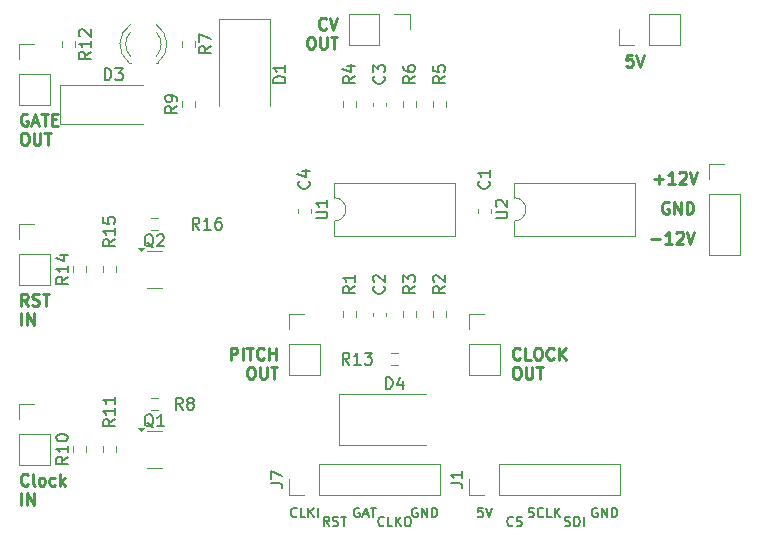
<source format=gbr>
%TF.GenerationSoftware,KiCad,Pcbnew,8.0.8*%
%TF.CreationDate,2025-02-24T19:59:05+00:00*%
%TF.ProjectId,jacks-n-dac,6a61636b-732d-46e2-9d64-61632e6b6963,rev?*%
%TF.SameCoordinates,Original*%
%TF.FileFunction,Legend,Top*%
%TF.FilePolarity,Positive*%
%FSLAX46Y46*%
G04 Gerber Fmt 4.6, Leading zero omitted, Abs format (unit mm)*
G04 Created by KiCad (PCBNEW 8.0.8) date 2025-02-24 19:59:05*
%MOMM*%
%LPD*%
G01*
G04 APERTURE LIST*
%ADD10C,0.250000*%
%ADD11C,0.200000*%
%ADD12C,0.150000*%
%ADD13C,0.120000*%
G04 APERTURE END LIST*
D10*
X142705996Y-76137436D02*
X142658377Y-76185056D01*
X142658377Y-76185056D02*
X142515520Y-76232675D01*
X142515520Y-76232675D02*
X142420282Y-76232675D01*
X142420282Y-76232675D02*
X142277425Y-76185056D01*
X142277425Y-76185056D02*
X142182187Y-76089817D01*
X142182187Y-76089817D02*
X142134568Y-75994579D01*
X142134568Y-75994579D02*
X142086949Y-75804103D01*
X142086949Y-75804103D02*
X142086949Y-75661246D01*
X142086949Y-75661246D02*
X142134568Y-75470770D01*
X142134568Y-75470770D02*
X142182187Y-75375532D01*
X142182187Y-75375532D02*
X142277425Y-75280294D01*
X142277425Y-75280294D02*
X142420282Y-75232675D01*
X142420282Y-75232675D02*
X142515520Y-75232675D01*
X142515520Y-75232675D02*
X142658377Y-75280294D01*
X142658377Y-75280294D02*
X142705996Y-75327913D01*
X143610758Y-76232675D02*
X143134568Y-76232675D01*
X143134568Y-76232675D02*
X143134568Y-75232675D01*
X144134568Y-75232675D02*
X144325044Y-75232675D01*
X144325044Y-75232675D02*
X144420282Y-75280294D01*
X144420282Y-75280294D02*
X144515520Y-75375532D01*
X144515520Y-75375532D02*
X144563139Y-75566008D01*
X144563139Y-75566008D02*
X144563139Y-75899341D01*
X144563139Y-75899341D02*
X144515520Y-76089817D01*
X144515520Y-76089817D02*
X144420282Y-76185056D01*
X144420282Y-76185056D02*
X144325044Y-76232675D01*
X144325044Y-76232675D02*
X144134568Y-76232675D01*
X144134568Y-76232675D02*
X144039330Y-76185056D01*
X144039330Y-76185056D02*
X143944092Y-76089817D01*
X143944092Y-76089817D02*
X143896473Y-75899341D01*
X143896473Y-75899341D02*
X143896473Y-75566008D01*
X143896473Y-75566008D02*
X143944092Y-75375532D01*
X143944092Y-75375532D02*
X144039330Y-75280294D01*
X144039330Y-75280294D02*
X144134568Y-75232675D01*
X145563139Y-76137436D02*
X145515520Y-76185056D01*
X145515520Y-76185056D02*
X145372663Y-76232675D01*
X145372663Y-76232675D02*
X145277425Y-76232675D01*
X145277425Y-76232675D02*
X145134568Y-76185056D01*
X145134568Y-76185056D02*
X145039330Y-76089817D01*
X145039330Y-76089817D02*
X144991711Y-75994579D01*
X144991711Y-75994579D02*
X144944092Y-75804103D01*
X144944092Y-75804103D02*
X144944092Y-75661246D01*
X144944092Y-75661246D02*
X144991711Y-75470770D01*
X144991711Y-75470770D02*
X145039330Y-75375532D01*
X145039330Y-75375532D02*
X145134568Y-75280294D01*
X145134568Y-75280294D02*
X145277425Y-75232675D01*
X145277425Y-75232675D02*
X145372663Y-75232675D01*
X145372663Y-75232675D02*
X145515520Y-75280294D01*
X145515520Y-75280294D02*
X145563139Y-75327913D01*
X145991711Y-76232675D02*
X145991711Y-75232675D01*
X146563139Y-76232675D02*
X146134568Y-75661246D01*
X146563139Y-75232675D02*
X145991711Y-75804103D01*
X142325044Y-76842619D02*
X142515520Y-76842619D01*
X142515520Y-76842619D02*
X142610758Y-76890238D01*
X142610758Y-76890238D02*
X142705996Y-76985476D01*
X142705996Y-76985476D02*
X142753615Y-77175952D01*
X142753615Y-77175952D02*
X142753615Y-77509285D01*
X142753615Y-77509285D02*
X142705996Y-77699761D01*
X142705996Y-77699761D02*
X142610758Y-77795000D01*
X142610758Y-77795000D02*
X142515520Y-77842619D01*
X142515520Y-77842619D02*
X142325044Y-77842619D01*
X142325044Y-77842619D02*
X142229806Y-77795000D01*
X142229806Y-77795000D02*
X142134568Y-77699761D01*
X142134568Y-77699761D02*
X142086949Y-77509285D01*
X142086949Y-77509285D02*
X142086949Y-77175952D01*
X142086949Y-77175952D02*
X142134568Y-76985476D01*
X142134568Y-76985476D02*
X142229806Y-76890238D01*
X142229806Y-76890238D02*
X142325044Y-76842619D01*
X143182187Y-76842619D02*
X143182187Y-77652142D01*
X143182187Y-77652142D02*
X143229806Y-77747380D01*
X143229806Y-77747380D02*
X143277425Y-77795000D01*
X143277425Y-77795000D02*
X143372663Y-77842619D01*
X143372663Y-77842619D02*
X143563139Y-77842619D01*
X143563139Y-77842619D02*
X143658377Y-77795000D01*
X143658377Y-77795000D02*
X143705996Y-77747380D01*
X143705996Y-77747380D02*
X143753615Y-77652142D01*
X143753615Y-77652142D02*
X143753615Y-76842619D01*
X144086949Y-76842619D02*
X144658377Y-76842619D01*
X144372663Y-77842619D02*
X144372663Y-76842619D01*
X118215908Y-76232675D02*
X118215908Y-75232675D01*
X118215908Y-75232675D02*
X118596860Y-75232675D01*
X118596860Y-75232675D02*
X118692098Y-75280294D01*
X118692098Y-75280294D02*
X118739717Y-75327913D01*
X118739717Y-75327913D02*
X118787336Y-75423151D01*
X118787336Y-75423151D02*
X118787336Y-75566008D01*
X118787336Y-75566008D02*
X118739717Y-75661246D01*
X118739717Y-75661246D02*
X118692098Y-75708865D01*
X118692098Y-75708865D02*
X118596860Y-75756484D01*
X118596860Y-75756484D02*
X118215908Y-75756484D01*
X119215908Y-76232675D02*
X119215908Y-75232675D01*
X119549241Y-75232675D02*
X120120669Y-75232675D01*
X119834955Y-76232675D02*
X119834955Y-75232675D01*
X121025431Y-76137436D02*
X120977812Y-76185056D01*
X120977812Y-76185056D02*
X120834955Y-76232675D01*
X120834955Y-76232675D02*
X120739717Y-76232675D01*
X120739717Y-76232675D02*
X120596860Y-76185056D01*
X120596860Y-76185056D02*
X120501622Y-76089817D01*
X120501622Y-76089817D02*
X120454003Y-75994579D01*
X120454003Y-75994579D02*
X120406384Y-75804103D01*
X120406384Y-75804103D02*
X120406384Y-75661246D01*
X120406384Y-75661246D02*
X120454003Y-75470770D01*
X120454003Y-75470770D02*
X120501622Y-75375532D01*
X120501622Y-75375532D02*
X120596860Y-75280294D01*
X120596860Y-75280294D02*
X120739717Y-75232675D01*
X120739717Y-75232675D02*
X120834955Y-75232675D01*
X120834955Y-75232675D02*
X120977812Y-75280294D01*
X120977812Y-75280294D02*
X121025431Y-75327913D01*
X121454003Y-76232675D02*
X121454003Y-75232675D01*
X121454003Y-75708865D02*
X122025431Y-75708865D01*
X122025431Y-76232675D02*
X122025431Y-75232675D01*
X119834955Y-76842619D02*
X120025431Y-76842619D01*
X120025431Y-76842619D02*
X120120669Y-76890238D01*
X120120669Y-76890238D02*
X120215907Y-76985476D01*
X120215907Y-76985476D02*
X120263526Y-77175952D01*
X120263526Y-77175952D02*
X120263526Y-77509285D01*
X120263526Y-77509285D02*
X120215907Y-77699761D01*
X120215907Y-77699761D02*
X120120669Y-77795000D01*
X120120669Y-77795000D02*
X120025431Y-77842619D01*
X120025431Y-77842619D02*
X119834955Y-77842619D01*
X119834955Y-77842619D02*
X119739717Y-77795000D01*
X119739717Y-77795000D02*
X119644479Y-77699761D01*
X119644479Y-77699761D02*
X119596860Y-77509285D01*
X119596860Y-77509285D02*
X119596860Y-77175952D01*
X119596860Y-77175952D02*
X119644479Y-76985476D01*
X119644479Y-76985476D02*
X119739717Y-76890238D01*
X119739717Y-76890238D02*
X119834955Y-76842619D01*
X120692098Y-76842619D02*
X120692098Y-77652142D01*
X120692098Y-77652142D02*
X120739717Y-77747380D01*
X120739717Y-77747380D02*
X120787336Y-77795000D01*
X120787336Y-77795000D02*
X120882574Y-77842619D01*
X120882574Y-77842619D02*
X121073050Y-77842619D01*
X121073050Y-77842619D02*
X121168288Y-77795000D01*
X121168288Y-77795000D02*
X121215907Y-77747380D01*
X121215907Y-77747380D02*
X121263526Y-77652142D01*
X121263526Y-77652142D02*
X121263526Y-76842619D01*
X121596860Y-76842619D02*
X122168288Y-76842619D01*
X121882574Y-77842619D02*
X121882574Y-76842619D01*
D11*
X149250476Y-88791790D02*
X149174286Y-88753695D01*
X149174286Y-88753695D02*
X149060000Y-88753695D01*
X149060000Y-88753695D02*
X148945714Y-88791790D01*
X148945714Y-88791790D02*
X148869524Y-88867980D01*
X148869524Y-88867980D02*
X148831429Y-88944171D01*
X148831429Y-88944171D02*
X148793333Y-89096552D01*
X148793333Y-89096552D02*
X148793333Y-89210838D01*
X148793333Y-89210838D02*
X148831429Y-89363219D01*
X148831429Y-89363219D02*
X148869524Y-89439409D01*
X148869524Y-89439409D02*
X148945714Y-89515600D01*
X148945714Y-89515600D02*
X149060000Y-89553695D01*
X149060000Y-89553695D02*
X149136191Y-89553695D01*
X149136191Y-89553695D02*
X149250476Y-89515600D01*
X149250476Y-89515600D02*
X149288572Y-89477504D01*
X149288572Y-89477504D02*
X149288572Y-89210838D01*
X149288572Y-89210838D02*
X149136191Y-89210838D01*
X149631429Y-89553695D02*
X149631429Y-88753695D01*
X149631429Y-88753695D02*
X150088572Y-89553695D01*
X150088572Y-89553695D02*
X150088572Y-88753695D01*
X150469524Y-89553695D02*
X150469524Y-88753695D01*
X150469524Y-88753695D02*
X150660000Y-88753695D01*
X150660000Y-88753695D02*
X150774286Y-88791790D01*
X150774286Y-88791790D02*
X150850476Y-88867980D01*
X150850476Y-88867980D02*
X150888571Y-88944171D01*
X150888571Y-88944171D02*
X150926667Y-89096552D01*
X150926667Y-89096552D02*
X150926667Y-89210838D01*
X150926667Y-89210838D02*
X150888571Y-89363219D01*
X150888571Y-89363219D02*
X150850476Y-89439409D01*
X150850476Y-89439409D02*
X150774286Y-89515600D01*
X150774286Y-89515600D02*
X150660000Y-89553695D01*
X150660000Y-89553695D02*
X150469524Y-89553695D01*
X134010476Y-88791790D02*
X133934286Y-88753695D01*
X133934286Y-88753695D02*
X133820000Y-88753695D01*
X133820000Y-88753695D02*
X133705714Y-88791790D01*
X133705714Y-88791790D02*
X133629524Y-88867980D01*
X133629524Y-88867980D02*
X133591429Y-88944171D01*
X133591429Y-88944171D02*
X133553333Y-89096552D01*
X133553333Y-89096552D02*
X133553333Y-89210838D01*
X133553333Y-89210838D02*
X133591429Y-89363219D01*
X133591429Y-89363219D02*
X133629524Y-89439409D01*
X133629524Y-89439409D02*
X133705714Y-89515600D01*
X133705714Y-89515600D02*
X133820000Y-89553695D01*
X133820000Y-89553695D02*
X133896191Y-89553695D01*
X133896191Y-89553695D02*
X134010476Y-89515600D01*
X134010476Y-89515600D02*
X134048572Y-89477504D01*
X134048572Y-89477504D02*
X134048572Y-89210838D01*
X134048572Y-89210838D02*
X133896191Y-89210838D01*
X134391429Y-89553695D02*
X134391429Y-88753695D01*
X134391429Y-88753695D02*
X134848572Y-89553695D01*
X134848572Y-89553695D02*
X134848572Y-88753695D01*
X135229524Y-89553695D02*
X135229524Y-88753695D01*
X135229524Y-88753695D02*
X135420000Y-88753695D01*
X135420000Y-88753695D02*
X135534286Y-88791790D01*
X135534286Y-88791790D02*
X135610476Y-88867980D01*
X135610476Y-88867980D02*
X135648571Y-88944171D01*
X135648571Y-88944171D02*
X135686667Y-89096552D01*
X135686667Y-89096552D02*
X135686667Y-89210838D01*
X135686667Y-89210838D02*
X135648571Y-89363219D01*
X135648571Y-89363219D02*
X135610476Y-89439409D01*
X135610476Y-89439409D02*
X135534286Y-89515600D01*
X135534286Y-89515600D02*
X135420000Y-89553695D01*
X135420000Y-89553695D02*
X135229524Y-89553695D01*
X146500952Y-90277600D02*
X146615238Y-90315695D01*
X146615238Y-90315695D02*
X146805714Y-90315695D01*
X146805714Y-90315695D02*
X146881905Y-90277600D01*
X146881905Y-90277600D02*
X146920000Y-90239504D01*
X146920000Y-90239504D02*
X146958095Y-90163314D01*
X146958095Y-90163314D02*
X146958095Y-90087123D01*
X146958095Y-90087123D02*
X146920000Y-90010933D01*
X146920000Y-90010933D02*
X146881905Y-89972838D01*
X146881905Y-89972838D02*
X146805714Y-89934742D01*
X146805714Y-89934742D02*
X146653333Y-89896647D01*
X146653333Y-89896647D02*
X146577143Y-89858552D01*
X146577143Y-89858552D02*
X146539048Y-89820457D01*
X146539048Y-89820457D02*
X146500952Y-89744266D01*
X146500952Y-89744266D02*
X146500952Y-89668076D01*
X146500952Y-89668076D02*
X146539048Y-89591885D01*
X146539048Y-89591885D02*
X146577143Y-89553790D01*
X146577143Y-89553790D02*
X146653333Y-89515695D01*
X146653333Y-89515695D02*
X146843810Y-89515695D01*
X146843810Y-89515695D02*
X146958095Y-89553790D01*
X147300953Y-90315695D02*
X147300953Y-89515695D01*
X147300953Y-89515695D02*
X147491429Y-89515695D01*
X147491429Y-89515695D02*
X147605715Y-89553790D01*
X147605715Y-89553790D02*
X147681905Y-89629980D01*
X147681905Y-89629980D02*
X147720000Y-89706171D01*
X147720000Y-89706171D02*
X147758096Y-89858552D01*
X147758096Y-89858552D02*
X147758096Y-89972838D01*
X147758096Y-89972838D02*
X147720000Y-90125219D01*
X147720000Y-90125219D02*
X147681905Y-90201409D01*
X147681905Y-90201409D02*
X147605715Y-90277600D01*
X147605715Y-90277600D02*
X147491429Y-90315695D01*
X147491429Y-90315695D02*
X147300953Y-90315695D01*
X148100953Y-90315695D02*
X148100953Y-89515695D01*
X143427618Y-89515600D02*
X143541904Y-89553695D01*
X143541904Y-89553695D02*
X143732380Y-89553695D01*
X143732380Y-89553695D02*
X143808571Y-89515600D01*
X143808571Y-89515600D02*
X143846666Y-89477504D01*
X143846666Y-89477504D02*
X143884761Y-89401314D01*
X143884761Y-89401314D02*
X143884761Y-89325123D01*
X143884761Y-89325123D02*
X143846666Y-89248933D01*
X143846666Y-89248933D02*
X143808571Y-89210838D01*
X143808571Y-89210838D02*
X143732380Y-89172742D01*
X143732380Y-89172742D02*
X143579999Y-89134647D01*
X143579999Y-89134647D02*
X143503809Y-89096552D01*
X143503809Y-89096552D02*
X143465714Y-89058457D01*
X143465714Y-89058457D02*
X143427618Y-88982266D01*
X143427618Y-88982266D02*
X143427618Y-88906076D01*
X143427618Y-88906076D02*
X143465714Y-88829885D01*
X143465714Y-88829885D02*
X143503809Y-88791790D01*
X143503809Y-88791790D02*
X143579999Y-88753695D01*
X143579999Y-88753695D02*
X143770476Y-88753695D01*
X143770476Y-88753695D02*
X143884761Y-88791790D01*
X144684762Y-89477504D02*
X144646666Y-89515600D01*
X144646666Y-89515600D02*
X144532381Y-89553695D01*
X144532381Y-89553695D02*
X144456190Y-89553695D01*
X144456190Y-89553695D02*
X144341904Y-89515600D01*
X144341904Y-89515600D02*
X144265714Y-89439409D01*
X144265714Y-89439409D02*
X144227619Y-89363219D01*
X144227619Y-89363219D02*
X144189523Y-89210838D01*
X144189523Y-89210838D02*
X144189523Y-89096552D01*
X144189523Y-89096552D02*
X144227619Y-88944171D01*
X144227619Y-88944171D02*
X144265714Y-88867980D01*
X144265714Y-88867980D02*
X144341904Y-88791790D01*
X144341904Y-88791790D02*
X144456190Y-88753695D01*
X144456190Y-88753695D02*
X144532381Y-88753695D01*
X144532381Y-88753695D02*
X144646666Y-88791790D01*
X144646666Y-88791790D02*
X144684762Y-88829885D01*
X145408571Y-89553695D02*
X145027619Y-89553695D01*
X145027619Y-89553695D02*
X145027619Y-88753695D01*
X145675238Y-89553695D02*
X145675238Y-88753695D01*
X146132381Y-89553695D02*
X145789523Y-89096552D01*
X146132381Y-88753695D02*
X145675238Y-89210838D01*
X139547619Y-88753695D02*
X139166667Y-88753695D01*
X139166667Y-88753695D02*
X139128571Y-89134647D01*
X139128571Y-89134647D02*
X139166667Y-89096552D01*
X139166667Y-89096552D02*
X139242857Y-89058457D01*
X139242857Y-89058457D02*
X139433333Y-89058457D01*
X139433333Y-89058457D02*
X139509524Y-89096552D01*
X139509524Y-89096552D02*
X139547619Y-89134647D01*
X139547619Y-89134647D02*
X139585714Y-89210838D01*
X139585714Y-89210838D02*
X139585714Y-89401314D01*
X139585714Y-89401314D02*
X139547619Y-89477504D01*
X139547619Y-89477504D02*
X139509524Y-89515600D01*
X139509524Y-89515600D02*
X139433333Y-89553695D01*
X139433333Y-89553695D02*
X139242857Y-89553695D01*
X139242857Y-89553695D02*
X139166667Y-89515600D01*
X139166667Y-89515600D02*
X139128571Y-89477504D01*
X139814286Y-88753695D02*
X140080953Y-89553695D01*
X140080953Y-89553695D02*
X140347619Y-88753695D01*
X142106667Y-90239504D02*
X142068571Y-90277600D01*
X142068571Y-90277600D02*
X141954286Y-90315695D01*
X141954286Y-90315695D02*
X141878095Y-90315695D01*
X141878095Y-90315695D02*
X141763809Y-90277600D01*
X141763809Y-90277600D02*
X141687619Y-90201409D01*
X141687619Y-90201409D02*
X141649524Y-90125219D01*
X141649524Y-90125219D02*
X141611428Y-89972838D01*
X141611428Y-89972838D02*
X141611428Y-89858552D01*
X141611428Y-89858552D02*
X141649524Y-89706171D01*
X141649524Y-89706171D02*
X141687619Y-89629980D01*
X141687619Y-89629980D02*
X141763809Y-89553790D01*
X141763809Y-89553790D02*
X141878095Y-89515695D01*
X141878095Y-89515695D02*
X141954286Y-89515695D01*
X141954286Y-89515695D02*
X142068571Y-89553790D01*
X142068571Y-89553790D02*
X142106667Y-89591885D01*
X142411428Y-90277600D02*
X142525714Y-90315695D01*
X142525714Y-90315695D02*
X142716190Y-90315695D01*
X142716190Y-90315695D02*
X142792381Y-90277600D01*
X142792381Y-90277600D02*
X142830476Y-90239504D01*
X142830476Y-90239504D02*
X142868571Y-90163314D01*
X142868571Y-90163314D02*
X142868571Y-90087123D01*
X142868571Y-90087123D02*
X142830476Y-90010933D01*
X142830476Y-90010933D02*
X142792381Y-89972838D01*
X142792381Y-89972838D02*
X142716190Y-89934742D01*
X142716190Y-89934742D02*
X142563809Y-89896647D01*
X142563809Y-89896647D02*
X142487619Y-89858552D01*
X142487619Y-89858552D02*
X142449524Y-89820457D01*
X142449524Y-89820457D02*
X142411428Y-89744266D01*
X142411428Y-89744266D02*
X142411428Y-89668076D01*
X142411428Y-89668076D02*
X142449524Y-89591885D01*
X142449524Y-89591885D02*
X142487619Y-89553790D01*
X142487619Y-89553790D02*
X142563809Y-89515695D01*
X142563809Y-89515695D02*
X142754286Y-89515695D01*
X142754286Y-89515695D02*
X142868571Y-89553790D01*
X131184762Y-90239504D02*
X131146666Y-90277600D01*
X131146666Y-90277600D02*
X131032381Y-90315695D01*
X131032381Y-90315695D02*
X130956190Y-90315695D01*
X130956190Y-90315695D02*
X130841904Y-90277600D01*
X130841904Y-90277600D02*
X130765714Y-90201409D01*
X130765714Y-90201409D02*
X130727619Y-90125219D01*
X130727619Y-90125219D02*
X130689523Y-89972838D01*
X130689523Y-89972838D02*
X130689523Y-89858552D01*
X130689523Y-89858552D02*
X130727619Y-89706171D01*
X130727619Y-89706171D02*
X130765714Y-89629980D01*
X130765714Y-89629980D02*
X130841904Y-89553790D01*
X130841904Y-89553790D02*
X130956190Y-89515695D01*
X130956190Y-89515695D02*
X131032381Y-89515695D01*
X131032381Y-89515695D02*
X131146666Y-89553790D01*
X131146666Y-89553790D02*
X131184762Y-89591885D01*
X131908571Y-90315695D02*
X131527619Y-90315695D01*
X131527619Y-90315695D02*
X131527619Y-89515695D01*
X132175238Y-90315695D02*
X132175238Y-89515695D01*
X132632381Y-90315695D02*
X132289523Y-89858552D01*
X132632381Y-89515695D02*
X132175238Y-89972838D01*
X133127619Y-89515695D02*
X133280000Y-89515695D01*
X133280000Y-89515695D02*
X133356190Y-89553790D01*
X133356190Y-89553790D02*
X133432381Y-89629980D01*
X133432381Y-89629980D02*
X133470476Y-89782361D01*
X133470476Y-89782361D02*
X133470476Y-90049028D01*
X133470476Y-90049028D02*
X133432381Y-90201409D01*
X133432381Y-90201409D02*
X133356190Y-90277600D01*
X133356190Y-90277600D02*
X133280000Y-90315695D01*
X133280000Y-90315695D02*
X133127619Y-90315695D01*
X133127619Y-90315695D02*
X133051428Y-90277600D01*
X133051428Y-90277600D02*
X132975238Y-90201409D01*
X132975238Y-90201409D02*
X132937142Y-90049028D01*
X132937142Y-90049028D02*
X132937142Y-89782361D01*
X132937142Y-89782361D02*
X132975238Y-89629980D01*
X132975238Y-89629980D02*
X133051428Y-89553790D01*
X133051428Y-89553790D02*
X133127619Y-89515695D01*
X129101904Y-88791790D02*
X129025714Y-88753695D01*
X129025714Y-88753695D02*
X128911428Y-88753695D01*
X128911428Y-88753695D02*
X128797142Y-88791790D01*
X128797142Y-88791790D02*
X128720952Y-88867980D01*
X128720952Y-88867980D02*
X128682857Y-88944171D01*
X128682857Y-88944171D02*
X128644761Y-89096552D01*
X128644761Y-89096552D02*
X128644761Y-89210838D01*
X128644761Y-89210838D02*
X128682857Y-89363219D01*
X128682857Y-89363219D02*
X128720952Y-89439409D01*
X128720952Y-89439409D02*
X128797142Y-89515600D01*
X128797142Y-89515600D02*
X128911428Y-89553695D01*
X128911428Y-89553695D02*
X128987619Y-89553695D01*
X128987619Y-89553695D02*
X129101904Y-89515600D01*
X129101904Y-89515600D02*
X129140000Y-89477504D01*
X129140000Y-89477504D02*
X129140000Y-89210838D01*
X129140000Y-89210838D02*
X128987619Y-89210838D01*
X129444761Y-89325123D02*
X129825714Y-89325123D01*
X129368571Y-89553695D02*
X129635238Y-88753695D01*
X129635238Y-88753695D02*
X129901904Y-89553695D01*
X130054285Y-88753695D02*
X130511428Y-88753695D01*
X130282856Y-89553695D02*
X130282856Y-88753695D01*
X126561905Y-90315695D02*
X126295238Y-89934742D01*
X126104762Y-90315695D02*
X126104762Y-89515695D01*
X126104762Y-89515695D02*
X126409524Y-89515695D01*
X126409524Y-89515695D02*
X126485714Y-89553790D01*
X126485714Y-89553790D02*
X126523809Y-89591885D01*
X126523809Y-89591885D02*
X126561905Y-89668076D01*
X126561905Y-89668076D02*
X126561905Y-89782361D01*
X126561905Y-89782361D02*
X126523809Y-89858552D01*
X126523809Y-89858552D02*
X126485714Y-89896647D01*
X126485714Y-89896647D02*
X126409524Y-89934742D01*
X126409524Y-89934742D02*
X126104762Y-89934742D01*
X126866666Y-90277600D02*
X126980952Y-90315695D01*
X126980952Y-90315695D02*
X127171428Y-90315695D01*
X127171428Y-90315695D02*
X127247619Y-90277600D01*
X127247619Y-90277600D02*
X127285714Y-90239504D01*
X127285714Y-90239504D02*
X127323809Y-90163314D01*
X127323809Y-90163314D02*
X127323809Y-90087123D01*
X127323809Y-90087123D02*
X127285714Y-90010933D01*
X127285714Y-90010933D02*
X127247619Y-89972838D01*
X127247619Y-89972838D02*
X127171428Y-89934742D01*
X127171428Y-89934742D02*
X127019047Y-89896647D01*
X127019047Y-89896647D02*
X126942857Y-89858552D01*
X126942857Y-89858552D02*
X126904762Y-89820457D01*
X126904762Y-89820457D02*
X126866666Y-89744266D01*
X126866666Y-89744266D02*
X126866666Y-89668076D01*
X126866666Y-89668076D02*
X126904762Y-89591885D01*
X126904762Y-89591885D02*
X126942857Y-89553790D01*
X126942857Y-89553790D02*
X127019047Y-89515695D01*
X127019047Y-89515695D02*
X127209524Y-89515695D01*
X127209524Y-89515695D02*
X127323809Y-89553790D01*
X127552381Y-89515695D02*
X128009524Y-89515695D01*
X127780952Y-90315695D02*
X127780952Y-89515695D01*
X123793334Y-89477504D02*
X123755238Y-89515600D01*
X123755238Y-89515600D02*
X123640953Y-89553695D01*
X123640953Y-89553695D02*
X123564762Y-89553695D01*
X123564762Y-89553695D02*
X123450476Y-89515600D01*
X123450476Y-89515600D02*
X123374286Y-89439409D01*
X123374286Y-89439409D02*
X123336191Y-89363219D01*
X123336191Y-89363219D02*
X123298095Y-89210838D01*
X123298095Y-89210838D02*
X123298095Y-89096552D01*
X123298095Y-89096552D02*
X123336191Y-88944171D01*
X123336191Y-88944171D02*
X123374286Y-88867980D01*
X123374286Y-88867980D02*
X123450476Y-88791790D01*
X123450476Y-88791790D02*
X123564762Y-88753695D01*
X123564762Y-88753695D02*
X123640953Y-88753695D01*
X123640953Y-88753695D02*
X123755238Y-88791790D01*
X123755238Y-88791790D02*
X123793334Y-88829885D01*
X124517143Y-89553695D02*
X124136191Y-89553695D01*
X124136191Y-89553695D02*
X124136191Y-88753695D01*
X124783810Y-89553695D02*
X124783810Y-88753695D01*
X125240953Y-89553695D02*
X124898095Y-89096552D01*
X125240953Y-88753695D02*
X124783810Y-89210838D01*
X125583810Y-89553695D02*
X125583810Y-88753695D01*
D10*
X155283812Y-62920238D02*
X155188574Y-62872619D01*
X155188574Y-62872619D02*
X155045717Y-62872619D01*
X155045717Y-62872619D02*
X154902860Y-62920238D01*
X154902860Y-62920238D02*
X154807622Y-63015476D01*
X154807622Y-63015476D02*
X154760003Y-63110714D01*
X154760003Y-63110714D02*
X154712384Y-63301190D01*
X154712384Y-63301190D02*
X154712384Y-63444047D01*
X154712384Y-63444047D02*
X154760003Y-63634523D01*
X154760003Y-63634523D02*
X154807622Y-63729761D01*
X154807622Y-63729761D02*
X154902860Y-63825000D01*
X154902860Y-63825000D02*
X155045717Y-63872619D01*
X155045717Y-63872619D02*
X155140955Y-63872619D01*
X155140955Y-63872619D02*
X155283812Y-63825000D01*
X155283812Y-63825000D02*
X155331431Y-63777380D01*
X155331431Y-63777380D02*
X155331431Y-63444047D01*
X155331431Y-63444047D02*
X155140955Y-63444047D01*
X155760003Y-63872619D02*
X155760003Y-62872619D01*
X155760003Y-62872619D02*
X156331431Y-63872619D01*
X156331431Y-63872619D02*
X156331431Y-62872619D01*
X156807622Y-63872619D02*
X156807622Y-62872619D01*
X156807622Y-62872619D02*
X157045717Y-62872619D01*
X157045717Y-62872619D02*
X157188574Y-62920238D01*
X157188574Y-62920238D02*
X157283812Y-63015476D01*
X157283812Y-63015476D02*
X157331431Y-63110714D01*
X157331431Y-63110714D02*
X157379050Y-63301190D01*
X157379050Y-63301190D02*
X157379050Y-63444047D01*
X157379050Y-63444047D02*
X157331431Y-63634523D01*
X157331431Y-63634523D02*
X157283812Y-63729761D01*
X157283812Y-63729761D02*
X157188574Y-63825000D01*
X157188574Y-63825000D02*
X157045717Y-63872619D01*
X157045717Y-63872619D02*
X156807622Y-63872619D01*
X153807622Y-66031666D02*
X154569527Y-66031666D01*
X155569526Y-66412619D02*
X154998098Y-66412619D01*
X155283812Y-66412619D02*
X155283812Y-65412619D01*
X155283812Y-65412619D02*
X155188574Y-65555476D01*
X155188574Y-65555476D02*
X155093336Y-65650714D01*
X155093336Y-65650714D02*
X154998098Y-65698333D01*
X155950479Y-65507857D02*
X155998098Y-65460238D01*
X155998098Y-65460238D02*
X156093336Y-65412619D01*
X156093336Y-65412619D02*
X156331431Y-65412619D01*
X156331431Y-65412619D02*
X156426669Y-65460238D01*
X156426669Y-65460238D02*
X156474288Y-65507857D01*
X156474288Y-65507857D02*
X156521907Y-65603095D01*
X156521907Y-65603095D02*
X156521907Y-65698333D01*
X156521907Y-65698333D02*
X156474288Y-65841190D01*
X156474288Y-65841190D02*
X155902860Y-66412619D01*
X155902860Y-66412619D02*
X156521907Y-66412619D01*
X156807622Y-65412619D02*
X157140955Y-66412619D01*
X157140955Y-66412619D02*
X157474288Y-65412619D01*
X154061622Y-60951666D02*
X154823527Y-60951666D01*
X154442574Y-61332619D02*
X154442574Y-60570714D01*
X155823526Y-61332619D02*
X155252098Y-61332619D01*
X155537812Y-61332619D02*
X155537812Y-60332619D01*
X155537812Y-60332619D02*
X155442574Y-60475476D01*
X155442574Y-60475476D02*
X155347336Y-60570714D01*
X155347336Y-60570714D02*
X155252098Y-60618333D01*
X156204479Y-60427857D02*
X156252098Y-60380238D01*
X156252098Y-60380238D02*
X156347336Y-60332619D01*
X156347336Y-60332619D02*
X156585431Y-60332619D01*
X156585431Y-60332619D02*
X156680669Y-60380238D01*
X156680669Y-60380238D02*
X156728288Y-60427857D01*
X156728288Y-60427857D02*
X156775907Y-60523095D01*
X156775907Y-60523095D02*
X156775907Y-60618333D01*
X156775907Y-60618333D02*
X156728288Y-60761190D01*
X156728288Y-60761190D02*
X156156860Y-61332619D01*
X156156860Y-61332619D02*
X156775907Y-61332619D01*
X157061622Y-60332619D02*
X157394955Y-61332619D01*
X157394955Y-61332619D02*
X157728288Y-60332619D01*
X152209523Y-50426619D02*
X151733333Y-50426619D01*
X151733333Y-50426619D02*
X151685714Y-50902809D01*
X151685714Y-50902809D02*
X151733333Y-50855190D01*
X151733333Y-50855190D02*
X151828571Y-50807571D01*
X151828571Y-50807571D02*
X152066666Y-50807571D01*
X152066666Y-50807571D02*
X152161904Y-50855190D01*
X152161904Y-50855190D02*
X152209523Y-50902809D01*
X152209523Y-50902809D02*
X152257142Y-50998047D01*
X152257142Y-50998047D02*
X152257142Y-51236142D01*
X152257142Y-51236142D02*
X152209523Y-51331380D01*
X152209523Y-51331380D02*
X152161904Y-51379000D01*
X152161904Y-51379000D02*
X152066666Y-51426619D01*
X152066666Y-51426619D02*
X151828571Y-51426619D01*
X151828571Y-51426619D02*
X151733333Y-51379000D01*
X151733333Y-51379000D02*
X151685714Y-51331380D01*
X152542857Y-50426619D02*
X152876190Y-51426619D01*
X152876190Y-51426619D02*
X153209523Y-50426619D01*
X126295907Y-48197436D02*
X126248288Y-48245056D01*
X126248288Y-48245056D02*
X126105431Y-48292675D01*
X126105431Y-48292675D02*
X126010193Y-48292675D01*
X126010193Y-48292675D02*
X125867336Y-48245056D01*
X125867336Y-48245056D02*
X125772098Y-48149817D01*
X125772098Y-48149817D02*
X125724479Y-48054579D01*
X125724479Y-48054579D02*
X125676860Y-47864103D01*
X125676860Y-47864103D02*
X125676860Y-47721246D01*
X125676860Y-47721246D02*
X125724479Y-47530770D01*
X125724479Y-47530770D02*
X125772098Y-47435532D01*
X125772098Y-47435532D02*
X125867336Y-47340294D01*
X125867336Y-47340294D02*
X126010193Y-47292675D01*
X126010193Y-47292675D02*
X126105431Y-47292675D01*
X126105431Y-47292675D02*
X126248288Y-47340294D01*
X126248288Y-47340294D02*
X126295907Y-47387913D01*
X126581622Y-47292675D02*
X126914955Y-48292675D01*
X126914955Y-48292675D02*
X127248288Y-47292675D01*
X124914955Y-48902619D02*
X125105431Y-48902619D01*
X125105431Y-48902619D02*
X125200669Y-48950238D01*
X125200669Y-48950238D02*
X125295907Y-49045476D01*
X125295907Y-49045476D02*
X125343526Y-49235952D01*
X125343526Y-49235952D02*
X125343526Y-49569285D01*
X125343526Y-49569285D02*
X125295907Y-49759761D01*
X125295907Y-49759761D02*
X125200669Y-49855000D01*
X125200669Y-49855000D02*
X125105431Y-49902619D01*
X125105431Y-49902619D02*
X124914955Y-49902619D01*
X124914955Y-49902619D02*
X124819717Y-49855000D01*
X124819717Y-49855000D02*
X124724479Y-49759761D01*
X124724479Y-49759761D02*
X124676860Y-49569285D01*
X124676860Y-49569285D02*
X124676860Y-49235952D01*
X124676860Y-49235952D02*
X124724479Y-49045476D01*
X124724479Y-49045476D02*
X124819717Y-48950238D01*
X124819717Y-48950238D02*
X124914955Y-48902619D01*
X125772098Y-48902619D02*
X125772098Y-49712142D01*
X125772098Y-49712142D02*
X125819717Y-49807380D01*
X125819717Y-49807380D02*
X125867336Y-49855000D01*
X125867336Y-49855000D02*
X125962574Y-49902619D01*
X125962574Y-49902619D02*
X126153050Y-49902619D01*
X126153050Y-49902619D02*
X126248288Y-49855000D01*
X126248288Y-49855000D02*
X126295907Y-49807380D01*
X126295907Y-49807380D02*
X126343526Y-49712142D01*
X126343526Y-49712142D02*
X126343526Y-48902619D01*
X126676860Y-48902619D02*
X127248288Y-48902619D01*
X126962574Y-49902619D02*
X126962574Y-48902619D01*
X101002377Y-55468294D02*
X100907139Y-55420675D01*
X100907139Y-55420675D02*
X100764282Y-55420675D01*
X100764282Y-55420675D02*
X100621425Y-55468294D01*
X100621425Y-55468294D02*
X100526187Y-55563532D01*
X100526187Y-55563532D02*
X100478568Y-55658770D01*
X100478568Y-55658770D02*
X100430949Y-55849246D01*
X100430949Y-55849246D02*
X100430949Y-55992103D01*
X100430949Y-55992103D02*
X100478568Y-56182579D01*
X100478568Y-56182579D02*
X100526187Y-56277817D01*
X100526187Y-56277817D02*
X100621425Y-56373056D01*
X100621425Y-56373056D02*
X100764282Y-56420675D01*
X100764282Y-56420675D02*
X100859520Y-56420675D01*
X100859520Y-56420675D02*
X101002377Y-56373056D01*
X101002377Y-56373056D02*
X101049996Y-56325436D01*
X101049996Y-56325436D02*
X101049996Y-55992103D01*
X101049996Y-55992103D02*
X100859520Y-55992103D01*
X101430949Y-56134960D02*
X101907139Y-56134960D01*
X101335711Y-56420675D02*
X101669044Y-55420675D01*
X101669044Y-55420675D02*
X102002377Y-56420675D01*
X102192854Y-55420675D02*
X102764282Y-55420675D01*
X102478568Y-56420675D02*
X102478568Y-55420675D01*
X103097616Y-55896865D02*
X103430949Y-55896865D01*
X103573806Y-56420675D02*
X103097616Y-56420675D01*
X103097616Y-56420675D02*
X103097616Y-55420675D01*
X103097616Y-55420675D02*
X103573806Y-55420675D01*
X100669044Y-57030619D02*
X100859520Y-57030619D01*
X100859520Y-57030619D02*
X100954758Y-57078238D01*
X100954758Y-57078238D02*
X101049996Y-57173476D01*
X101049996Y-57173476D02*
X101097615Y-57363952D01*
X101097615Y-57363952D02*
X101097615Y-57697285D01*
X101097615Y-57697285D02*
X101049996Y-57887761D01*
X101049996Y-57887761D02*
X100954758Y-57983000D01*
X100954758Y-57983000D02*
X100859520Y-58030619D01*
X100859520Y-58030619D02*
X100669044Y-58030619D01*
X100669044Y-58030619D02*
X100573806Y-57983000D01*
X100573806Y-57983000D02*
X100478568Y-57887761D01*
X100478568Y-57887761D02*
X100430949Y-57697285D01*
X100430949Y-57697285D02*
X100430949Y-57363952D01*
X100430949Y-57363952D02*
X100478568Y-57173476D01*
X100478568Y-57173476D02*
X100573806Y-57078238D01*
X100573806Y-57078238D02*
X100669044Y-57030619D01*
X101526187Y-57030619D02*
X101526187Y-57840142D01*
X101526187Y-57840142D02*
X101573806Y-57935380D01*
X101573806Y-57935380D02*
X101621425Y-57983000D01*
X101621425Y-57983000D02*
X101716663Y-58030619D01*
X101716663Y-58030619D02*
X101907139Y-58030619D01*
X101907139Y-58030619D02*
X102002377Y-57983000D01*
X102002377Y-57983000D02*
X102049996Y-57935380D01*
X102049996Y-57935380D02*
X102097615Y-57840142D01*
X102097615Y-57840142D02*
X102097615Y-57030619D01*
X102430949Y-57030619D02*
X103002377Y-57030619D01*
X102716663Y-58030619D02*
X102716663Y-57030619D01*
X101049996Y-71660675D02*
X100716663Y-71184484D01*
X100478568Y-71660675D02*
X100478568Y-70660675D01*
X100478568Y-70660675D02*
X100859520Y-70660675D01*
X100859520Y-70660675D02*
X100954758Y-70708294D01*
X100954758Y-70708294D02*
X101002377Y-70755913D01*
X101002377Y-70755913D02*
X101049996Y-70851151D01*
X101049996Y-70851151D02*
X101049996Y-70994008D01*
X101049996Y-70994008D02*
X101002377Y-71089246D01*
X101002377Y-71089246D02*
X100954758Y-71136865D01*
X100954758Y-71136865D02*
X100859520Y-71184484D01*
X100859520Y-71184484D02*
X100478568Y-71184484D01*
X101430949Y-71613056D02*
X101573806Y-71660675D01*
X101573806Y-71660675D02*
X101811901Y-71660675D01*
X101811901Y-71660675D02*
X101907139Y-71613056D01*
X101907139Y-71613056D02*
X101954758Y-71565436D01*
X101954758Y-71565436D02*
X102002377Y-71470198D01*
X102002377Y-71470198D02*
X102002377Y-71374960D01*
X102002377Y-71374960D02*
X101954758Y-71279722D01*
X101954758Y-71279722D02*
X101907139Y-71232103D01*
X101907139Y-71232103D02*
X101811901Y-71184484D01*
X101811901Y-71184484D02*
X101621425Y-71136865D01*
X101621425Y-71136865D02*
X101526187Y-71089246D01*
X101526187Y-71089246D02*
X101478568Y-71041627D01*
X101478568Y-71041627D02*
X101430949Y-70946389D01*
X101430949Y-70946389D02*
X101430949Y-70851151D01*
X101430949Y-70851151D02*
X101478568Y-70755913D01*
X101478568Y-70755913D02*
X101526187Y-70708294D01*
X101526187Y-70708294D02*
X101621425Y-70660675D01*
X101621425Y-70660675D02*
X101859520Y-70660675D01*
X101859520Y-70660675D02*
X102002377Y-70708294D01*
X102288092Y-70660675D02*
X102859520Y-70660675D01*
X102573806Y-71660675D02*
X102573806Y-70660675D01*
X100478568Y-73270619D02*
X100478568Y-72270619D01*
X100954758Y-73270619D02*
X100954758Y-72270619D01*
X100954758Y-72270619D02*
X101526186Y-73270619D01*
X101526186Y-73270619D02*
X101526186Y-72270619D01*
X101049996Y-86805436D02*
X101002377Y-86853056D01*
X101002377Y-86853056D02*
X100859520Y-86900675D01*
X100859520Y-86900675D02*
X100764282Y-86900675D01*
X100764282Y-86900675D02*
X100621425Y-86853056D01*
X100621425Y-86853056D02*
X100526187Y-86757817D01*
X100526187Y-86757817D02*
X100478568Y-86662579D01*
X100478568Y-86662579D02*
X100430949Y-86472103D01*
X100430949Y-86472103D02*
X100430949Y-86329246D01*
X100430949Y-86329246D02*
X100478568Y-86138770D01*
X100478568Y-86138770D02*
X100526187Y-86043532D01*
X100526187Y-86043532D02*
X100621425Y-85948294D01*
X100621425Y-85948294D02*
X100764282Y-85900675D01*
X100764282Y-85900675D02*
X100859520Y-85900675D01*
X100859520Y-85900675D02*
X101002377Y-85948294D01*
X101002377Y-85948294D02*
X101049996Y-85995913D01*
X101621425Y-86900675D02*
X101526187Y-86853056D01*
X101526187Y-86853056D02*
X101478568Y-86757817D01*
X101478568Y-86757817D02*
X101478568Y-85900675D01*
X102145235Y-86900675D02*
X102049997Y-86853056D01*
X102049997Y-86853056D02*
X102002378Y-86805436D01*
X102002378Y-86805436D02*
X101954759Y-86710198D01*
X101954759Y-86710198D02*
X101954759Y-86424484D01*
X101954759Y-86424484D02*
X102002378Y-86329246D01*
X102002378Y-86329246D02*
X102049997Y-86281627D01*
X102049997Y-86281627D02*
X102145235Y-86234008D01*
X102145235Y-86234008D02*
X102288092Y-86234008D01*
X102288092Y-86234008D02*
X102383330Y-86281627D01*
X102383330Y-86281627D02*
X102430949Y-86329246D01*
X102430949Y-86329246D02*
X102478568Y-86424484D01*
X102478568Y-86424484D02*
X102478568Y-86710198D01*
X102478568Y-86710198D02*
X102430949Y-86805436D01*
X102430949Y-86805436D02*
X102383330Y-86853056D01*
X102383330Y-86853056D02*
X102288092Y-86900675D01*
X102288092Y-86900675D02*
X102145235Y-86900675D01*
X103335711Y-86853056D02*
X103240473Y-86900675D01*
X103240473Y-86900675D02*
X103049997Y-86900675D01*
X103049997Y-86900675D02*
X102954759Y-86853056D01*
X102954759Y-86853056D02*
X102907140Y-86805436D01*
X102907140Y-86805436D02*
X102859521Y-86710198D01*
X102859521Y-86710198D02*
X102859521Y-86424484D01*
X102859521Y-86424484D02*
X102907140Y-86329246D01*
X102907140Y-86329246D02*
X102954759Y-86281627D01*
X102954759Y-86281627D02*
X103049997Y-86234008D01*
X103049997Y-86234008D02*
X103240473Y-86234008D01*
X103240473Y-86234008D02*
X103335711Y-86281627D01*
X103764283Y-86900675D02*
X103764283Y-85900675D01*
X103859521Y-86519722D02*
X104145235Y-86900675D01*
X104145235Y-86234008D02*
X103764283Y-86614960D01*
X100478568Y-88510619D02*
X100478568Y-87510619D01*
X100954758Y-88510619D02*
X100954758Y-87510619D01*
X100954758Y-87510619D02*
X101526186Y-88510619D01*
X101526186Y-88510619D02*
X101526186Y-87510619D01*
D12*
X113654819Y-54776666D02*
X113178628Y-55109999D01*
X113654819Y-55348094D02*
X112654819Y-55348094D01*
X112654819Y-55348094D02*
X112654819Y-54967142D01*
X112654819Y-54967142D02*
X112702438Y-54871904D01*
X112702438Y-54871904D02*
X112750057Y-54824285D01*
X112750057Y-54824285D02*
X112845295Y-54776666D01*
X112845295Y-54776666D02*
X112988152Y-54776666D01*
X112988152Y-54776666D02*
X113083390Y-54824285D01*
X113083390Y-54824285D02*
X113131009Y-54871904D01*
X113131009Y-54871904D02*
X113178628Y-54967142D01*
X113178628Y-54967142D02*
X113178628Y-55348094D01*
X113654819Y-54300475D02*
X113654819Y-54109999D01*
X113654819Y-54109999D02*
X113607200Y-54014761D01*
X113607200Y-54014761D02*
X113559580Y-53967142D01*
X113559580Y-53967142D02*
X113416723Y-53871904D01*
X113416723Y-53871904D02*
X113226247Y-53824285D01*
X113226247Y-53824285D02*
X112845295Y-53824285D01*
X112845295Y-53824285D02*
X112750057Y-53871904D01*
X112750057Y-53871904D02*
X112702438Y-53919523D01*
X112702438Y-53919523D02*
X112654819Y-54014761D01*
X112654819Y-54014761D02*
X112654819Y-54205237D01*
X112654819Y-54205237D02*
X112702438Y-54300475D01*
X112702438Y-54300475D02*
X112750057Y-54348094D01*
X112750057Y-54348094D02*
X112845295Y-54395713D01*
X112845295Y-54395713D02*
X113083390Y-54395713D01*
X113083390Y-54395713D02*
X113178628Y-54348094D01*
X113178628Y-54348094D02*
X113226247Y-54300475D01*
X113226247Y-54300475D02*
X113273866Y-54205237D01*
X113273866Y-54205237D02*
X113273866Y-54014761D01*
X113273866Y-54014761D02*
X113226247Y-53919523D01*
X113226247Y-53919523D02*
X113178628Y-53871904D01*
X113178628Y-53871904D02*
X113083390Y-53824285D01*
X133804819Y-70016666D02*
X133328628Y-70349999D01*
X133804819Y-70588094D02*
X132804819Y-70588094D01*
X132804819Y-70588094D02*
X132804819Y-70207142D01*
X132804819Y-70207142D02*
X132852438Y-70111904D01*
X132852438Y-70111904D02*
X132900057Y-70064285D01*
X132900057Y-70064285D02*
X132995295Y-70016666D01*
X132995295Y-70016666D02*
X133138152Y-70016666D01*
X133138152Y-70016666D02*
X133233390Y-70064285D01*
X133233390Y-70064285D02*
X133281009Y-70111904D01*
X133281009Y-70111904D02*
X133328628Y-70207142D01*
X133328628Y-70207142D02*
X133328628Y-70588094D01*
X132804819Y-69683332D02*
X132804819Y-69064285D01*
X132804819Y-69064285D02*
X133185771Y-69397618D01*
X133185771Y-69397618D02*
X133185771Y-69254761D01*
X133185771Y-69254761D02*
X133233390Y-69159523D01*
X133233390Y-69159523D02*
X133281009Y-69111904D01*
X133281009Y-69111904D02*
X133376247Y-69064285D01*
X133376247Y-69064285D02*
X133614342Y-69064285D01*
X133614342Y-69064285D02*
X133709580Y-69111904D01*
X133709580Y-69111904D02*
X133757200Y-69159523D01*
X133757200Y-69159523D02*
X133804819Y-69254761D01*
X133804819Y-69254761D02*
X133804819Y-69540475D01*
X133804819Y-69540475D02*
X133757200Y-69635713D01*
X133757200Y-69635713D02*
X133709580Y-69683332D01*
X131169580Y-70016666D02*
X131217200Y-70064285D01*
X131217200Y-70064285D02*
X131264819Y-70207142D01*
X131264819Y-70207142D02*
X131264819Y-70302380D01*
X131264819Y-70302380D02*
X131217200Y-70445237D01*
X131217200Y-70445237D02*
X131121961Y-70540475D01*
X131121961Y-70540475D02*
X131026723Y-70588094D01*
X131026723Y-70588094D02*
X130836247Y-70635713D01*
X130836247Y-70635713D02*
X130693390Y-70635713D01*
X130693390Y-70635713D02*
X130502914Y-70588094D01*
X130502914Y-70588094D02*
X130407676Y-70540475D01*
X130407676Y-70540475D02*
X130312438Y-70445237D01*
X130312438Y-70445237D02*
X130264819Y-70302380D01*
X130264819Y-70302380D02*
X130264819Y-70207142D01*
X130264819Y-70207142D02*
X130312438Y-70064285D01*
X130312438Y-70064285D02*
X130360057Y-70016666D01*
X130360057Y-69635713D02*
X130312438Y-69588094D01*
X130312438Y-69588094D02*
X130264819Y-69492856D01*
X130264819Y-69492856D02*
X130264819Y-69254761D01*
X130264819Y-69254761D02*
X130312438Y-69159523D01*
X130312438Y-69159523D02*
X130360057Y-69111904D01*
X130360057Y-69111904D02*
X130455295Y-69064285D01*
X130455295Y-69064285D02*
X130550533Y-69064285D01*
X130550533Y-69064285D02*
X130693390Y-69111904D01*
X130693390Y-69111904D02*
X131264819Y-69683332D01*
X131264819Y-69683332D02*
X131264819Y-69064285D01*
X128262142Y-76654819D02*
X127928809Y-76178628D01*
X127690714Y-76654819D02*
X127690714Y-75654819D01*
X127690714Y-75654819D02*
X128071666Y-75654819D01*
X128071666Y-75654819D02*
X128166904Y-75702438D01*
X128166904Y-75702438D02*
X128214523Y-75750057D01*
X128214523Y-75750057D02*
X128262142Y-75845295D01*
X128262142Y-75845295D02*
X128262142Y-75988152D01*
X128262142Y-75988152D02*
X128214523Y-76083390D01*
X128214523Y-76083390D02*
X128166904Y-76131009D01*
X128166904Y-76131009D02*
X128071666Y-76178628D01*
X128071666Y-76178628D02*
X127690714Y-76178628D01*
X129214523Y-76654819D02*
X128643095Y-76654819D01*
X128928809Y-76654819D02*
X128928809Y-75654819D01*
X128928809Y-75654819D02*
X128833571Y-75797676D01*
X128833571Y-75797676D02*
X128738333Y-75892914D01*
X128738333Y-75892914D02*
X128643095Y-75940533D01*
X129547857Y-75654819D02*
X130166904Y-75654819D01*
X130166904Y-75654819D02*
X129833571Y-76035771D01*
X129833571Y-76035771D02*
X129976428Y-76035771D01*
X129976428Y-76035771D02*
X130071666Y-76083390D01*
X130071666Y-76083390D02*
X130119285Y-76131009D01*
X130119285Y-76131009D02*
X130166904Y-76226247D01*
X130166904Y-76226247D02*
X130166904Y-76464342D01*
X130166904Y-76464342D02*
X130119285Y-76559580D01*
X130119285Y-76559580D02*
X130071666Y-76607200D01*
X130071666Y-76607200D02*
X129976428Y-76654819D01*
X129976428Y-76654819D02*
X129690714Y-76654819D01*
X129690714Y-76654819D02*
X129595476Y-76607200D01*
X129595476Y-76607200D02*
X129547857Y-76559580D01*
X128724819Y-52236666D02*
X128248628Y-52569999D01*
X128724819Y-52808094D02*
X127724819Y-52808094D01*
X127724819Y-52808094D02*
X127724819Y-52427142D01*
X127724819Y-52427142D02*
X127772438Y-52331904D01*
X127772438Y-52331904D02*
X127820057Y-52284285D01*
X127820057Y-52284285D02*
X127915295Y-52236666D01*
X127915295Y-52236666D02*
X128058152Y-52236666D01*
X128058152Y-52236666D02*
X128153390Y-52284285D01*
X128153390Y-52284285D02*
X128201009Y-52331904D01*
X128201009Y-52331904D02*
X128248628Y-52427142D01*
X128248628Y-52427142D02*
X128248628Y-52808094D01*
X128058152Y-51379523D02*
X128724819Y-51379523D01*
X127677200Y-51617618D02*
X128391485Y-51855713D01*
X128391485Y-51855713D02*
X128391485Y-51236666D01*
X133804819Y-52236666D02*
X133328628Y-52569999D01*
X133804819Y-52808094D02*
X132804819Y-52808094D01*
X132804819Y-52808094D02*
X132804819Y-52427142D01*
X132804819Y-52427142D02*
X132852438Y-52331904D01*
X132852438Y-52331904D02*
X132900057Y-52284285D01*
X132900057Y-52284285D02*
X132995295Y-52236666D01*
X132995295Y-52236666D02*
X133138152Y-52236666D01*
X133138152Y-52236666D02*
X133233390Y-52284285D01*
X133233390Y-52284285D02*
X133281009Y-52331904D01*
X133281009Y-52331904D02*
X133328628Y-52427142D01*
X133328628Y-52427142D02*
X133328628Y-52808094D01*
X132804819Y-51379523D02*
X132804819Y-51569999D01*
X132804819Y-51569999D02*
X132852438Y-51665237D01*
X132852438Y-51665237D02*
X132900057Y-51712856D01*
X132900057Y-51712856D02*
X133042914Y-51808094D01*
X133042914Y-51808094D02*
X133233390Y-51855713D01*
X133233390Y-51855713D02*
X133614342Y-51855713D01*
X133614342Y-51855713D02*
X133709580Y-51808094D01*
X133709580Y-51808094D02*
X133757200Y-51760475D01*
X133757200Y-51760475D02*
X133804819Y-51665237D01*
X133804819Y-51665237D02*
X133804819Y-51474761D01*
X133804819Y-51474761D02*
X133757200Y-51379523D01*
X133757200Y-51379523D02*
X133709580Y-51331904D01*
X133709580Y-51331904D02*
X133614342Y-51284285D01*
X133614342Y-51284285D02*
X133376247Y-51284285D01*
X133376247Y-51284285D02*
X133281009Y-51331904D01*
X133281009Y-51331904D02*
X133233390Y-51379523D01*
X133233390Y-51379523D02*
X133185771Y-51474761D01*
X133185771Y-51474761D02*
X133185771Y-51665237D01*
X133185771Y-51665237D02*
X133233390Y-51760475D01*
X133233390Y-51760475D02*
X133281009Y-51808094D01*
X133281009Y-51808094D02*
X133376247Y-51855713D01*
X136344819Y-70016666D02*
X135868628Y-70349999D01*
X136344819Y-70588094D02*
X135344819Y-70588094D01*
X135344819Y-70588094D02*
X135344819Y-70207142D01*
X135344819Y-70207142D02*
X135392438Y-70111904D01*
X135392438Y-70111904D02*
X135440057Y-70064285D01*
X135440057Y-70064285D02*
X135535295Y-70016666D01*
X135535295Y-70016666D02*
X135678152Y-70016666D01*
X135678152Y-70016666D02*
X135773390Y-70064285D01*
X135773390Y-70064285D02*
X135821009Y-70111904D01*
X135821009Y-70111904D02*
X135868628Y-70207142D01*
X135868628Y-70207142D02*
X135868628Y-70588094D01*
X135440057Y-69635713D02*
X135392438Y-69588094D01*
X135392438Y-69588094D02*
X135344819Y-69492856D01*
X135344819Y-69492856D02*
X135344819Y-69254761D01*
X135344819Y-69254761D02*
X135392438Y-69159523D01*
X135392438Y-69159523D02*
X135440057Y-69111904D01*
X135440057Y-69111904D02*
X135535295Y-69064285D01*
X135535295Y-69064285D02*
X135630533Y-69064285D01*
X135630533Y-69064285D02*
X135773390Y-69111904D01*
X135773390Y-69111904D02*
X136344819Y-69683332D01*
X136344819Y-69683332D02*
X136344819Y-69064285D01*
X124819580Y-61126666D02*
X124867200Y-61174285D01*
X124867200Y-61174285D02*
X124914819Y-61317142D01*
X124914819Y-61317142D02*
X124914819Y-61412380D01*
X124914819Y-61412380D02*
X124867200Y-61555237D01*
X124867200Y-61555237D02*
X124771961Y-61650475D01*
X124771961Y-61650475D02*
X124676723Y-61698094D01*
X124676723Y-61698094D02*
X124486247Y-61745713D01*
X124486247Y-61745713D02*
X124343390Y-61745713D01*
X124343390Y-61745713D02*
X124152914Y-61698094D01*
X124152914Y-61698094D02*
X124057676Y-61650475D01*
X124057676Y-61650475D02*
X123962438Y-61555237D01*
X123962438Y-61555237D02*
X123914819Y-61412380D01*
X123914819Y-61412380D02*
X123914819Y-61317142D01*
X123914819Y-61317142D02*
X123962438Y-61174285D01*
X123962438Y-61174285D02*
X124010057Y-61126666D01*
X124248152Y-60269523D02*
X124914819Y-60269523D01*
X123867200Y-60507618D02*
X124581485Y-60745713D01*
X124581485Y-60745713D02*
X124581485Y-60126666D01*
X136824819Y-86693333D02*
X137539104Y-86693333D01*
X137539104Y-86693333D02*
X137681961Y-86740952D01*
X137681961Y-86740952D02*
X137777200Y-86836190D01*
X137777200Y-86836190D02*
X137824819Y-86979047D01*
X137824819Y-86979047D02*
X137824819Y-87074285D01*
X137824819Y-85693333D02*
X137824819Y-86264761D01*
X137824819Y-85979047D02*
X136824819Y-85979047D01*
X136824819Y-85979047D02*
X136967676Y-86074285D01*
X136967676Y-86074285D02*
X137062914Y-86169523D01*
X137062914Y-86169523D02*
X137110533Y-86264761D01*
X114133333Y-80464819D02*
X113800000Y-79988628D01*
X113561905Y-80464819D02*
X113561905Y-79464819D01*
X113561905Y-79464819D02*
X113942857Y-79464819D01*
X113942857Y-79464819D02*
X114038095Y-79512438D01*
X114038095Y-79512438D02*
X114085714Y-79560057D01*
X114085714Y-79560057D02*
X114133333Y-79655295D01*
X114133333Y-79655295D02*
X114133333Y-79798152D01*
X114133333Y-79798152D02*
X114085714Y-79893390D01*
X114085714Y-79893390D02*
X114038095Y-79941009D01*
X114038095Y-79941009D02*
X113942857Y-79988628D01*
X113942857Y-79988628D02*
X113561905Y-79988628D01*
X114704762Y-79893390D02*
X114609524Y-79845771D01*
X114609524Y-79845771D02*
X114561905Y-79798152D01*
X114561905Y-79798152D02*
X114514286Y-79702914D01*
X114514286Y-79702914D02*
X114514286Y-79655295D01*
X114514286Y-79655295D02*
X114561905Y-79560057D01*
X114561905Y-79560057D02*
X114609524Y-79512438D01*
X114609524Y-79512438D02*
X114704762Y-79464819D01*
X114704762Y-79464819D02*
X114895238Y-79464819D01*
X114895238Y-79464819D02*
X114990476Y-79512438D01*
X114990476Y-79512438D02*
X115038095Y-79560057D01*
X115038095Y-79560057D02*
X115085714Y-79655295D01*
X115085714Y-79655295D02*
X115085714Y-79702914D01*
X115085714Y-79702914D02*
X115038095Y-79798152D01*
X115038095Y-79798152D02*
X114990476Y-79845771D01*
X114990476Y-79845771D02*
X114895238Y-79893390D01*
X114895238Y-79893390D02*
X114704762Y-79893390D01*
X114704762Y-79893390D02*
X114609524Y-79941009D01*
X114609524Y-79941009D02*
X114561905Y-79988628D01*
X114561905Y-79988628D02*
X114514286Y-80083866D01*
X114514286Y-80083866D02*
X114514286Y-80274342D01*
X114514286Y-80274342D02*
X114561905Y-80369580D01*
X114561905Y-80369580D02*
X114609524Y-80417200D01*
X114609524Y-80417200D02*
X114704762Y-80464819D01*
X114704762Y-80464819D02*
X114895238Y-80464819D01*
X114895238Y-80464819D02*
X114990476Y-80417200D01*
X114990476Y-80417200D02*
X115038095Y-80369580D01*
X115038095Y-80369580D02*
X115085714Y-80274342D01*
X115085714Y-80274342D02*
X115085714Y-80083866D01*
X115085714Y-80083866D02*
X115038095Y-79988628D01*
X115038095Y-79988628D02*
X114990476Y-79941009D01*
X114990476Y-79941009D02*
X114895238Y-79893390D01*
X136344819Y-52236666D02*
X135868628Y-52569999D01*
X136344819Y-52808094D02*
X135344819Y-52808094D01*
X135344819Y-52808094D02*
X135344819Y-52427142D01*
X135344819Y-52427142D02*
X135392438Y-52331904D01*
X135392438Y-52331904D02*
X135440057Y-52284285D01*
X135440057Y-52284285D02*
X135535295Y-52236666D01*
X135535295Y-52236666D02*
X135678152Y-52236666D01*
X135678152Y-52236666D02*
X135773390Y-52284285D01*
X135773390Y-52284285D02*
X135821009Y-52331904D01*
X135821009Y-52331904D02*
X135868628Y-52427142D01*
X135868628Y-52427142D02*
X135868628Y-52808094D01*
X135344819Y-51331904D02*
X135344819Y-51808094D01*
X135344819Y-51808094D02*
X135821009Y-51855713D01*
X135821009Y-51855713D02*
X135773390Y-51808094D01*
X135773390Y-51808094D02*
X135725771Y-51712856D01*
X135725771Y-51712856D02*
X135725771Y-51474761D01*
X135725771Y-51474761D02*
X135773390Y-51379523D01*
X135773390Y-51379523D02*
X135821009Y-51331904D01*
X135821009Y-51331904D02*
X135916247Y-51284285D01*
X135916247Y-51284285D02*
X136154342Y-51284285D01*
X136154342Y-51284285D02*
X136249580Y-51331904D01*
X136249580Y-51331904D02*
X136297200Y-51379523D01*
X136297200Y-51379523D02*
X136344819Y-51474761D01*
X136344819Y-51474761D02*
X136344819Y-51712856D01*
X136344819Y-51712856D02*
X136297200Y-51808094D01*
X136297200Y-51808094D02*
X136249580Y-51855713D01*
X131169580Y-52236666D02*
X131217200Y-52284285D01*
X131217200Y-52284285D02*
X131264819Y-52427142D01*
X131264819Y-52427142D02*
X131264819Y-52522380D01*
X131264819Y-52522380D02*
X131217200Y-52665237D01*
X131217200Y-52665237D02*
X131121961Y-52760475D01*
X131121961Y-52760475D02*
X131026723Y-52808094D01*
X131026723Y-52808094D02*
X130836247Y-52855713D01*
X130836247Y-52855713D02*
X130693390Y-52855713D01*
X130693390Y-52855713D02*
X130502914Y-52808094D01*
X130502914Y-52808094D02*
X130407676Y-52760475D01*
X130407676Y-52760475D02*
X130312438Y-52665237D01*
X130312438Y-52665237D02*
X130264819Y-52522380D01*
X130264819Y-52522380D02*
X130264819Y-52427142D01*
X130264819Y-52427142D02*
X130312438Y-52284285D01*
X130312438Y-52284285D02*
X130360057Y-52236666D01*
X130264819Y-51903332D02*
X130264819Y-51284285D01*
X130264819Y-51284285D02*
X130645771Y-51617618D01*
X130645771Y-51617618D02*
X130645771Y-51474761D01*
X130645771Y-51474761D02*
X130693390Y-51379523D01*
X130693390Y-51379523D02*
X130741009Y-51331904D01*
X130741009Y-51331904D02*
X130836247Y-51284285D01*
X130836247Y-51284285D02*
X131074342Y-51284285D01*
X131074342Y-51284285D02*
X131169580Y-51331904D01*
X131169580Y-51331904D02*
X131217200Y-51379523D01*
X131217200Y-51379523D02*
X131264819Y-51474761D01*
X131264819Y-51474761D02*
X131264819Y-51760475D01*
X131264819Y-51760475D02*
X131217200Y-51855713D01*
X131217200Y-51855713D02*
X131169580Y-51903332D01*
X140644819Y-64276904D02*
X141454342Y-64276904D01*
X141454342Y-64276904D02*
X141549580Y-64229285D01*
X141549580Y-64229285D02*
X141597200Y-64181666D01*
X141597200Y-64181666D02*
X141644819Y-64086428D01*
X141644819Y-64086428D02*
X141644819Y-63895952D01*
X141644819Y-63895952D02*
X141597200Y-63800714D01*
X141597200Y-63800714D02*
X141549580Y-63753095D01*
X141549580Y-63753095D02*
X141454342Y-63705476D01*
X141454342Y-63705476D02*
X140644819Y-63705476D01*
X140740057Y-63276904D02*
X140692438Y-63229285D01*
X140692438Y-63229285D02*
X140644819Y-63134047D01*
X140644819Y-63134047D02*
X140644819Y-62895952D01*
X140644819Y-62895952D02*
X140692438Y-62800714D01*
X140692438Y-62800714D02*
X140740057Y-62753095D01*
X140740057Y-62753095D02*
X140835295Y-62705476D01*
X140835295Y-62705476D02*
X140930533Y-62705476D01*
X140930533Y-62705476D02*
X141073390Y-62753095D01*
X141073390Y-62753095D02*
X141644819Y-63324523D01*
X141644819Y-63324523D02*
X141644819Y-62705476D01*
X107541905Y-52564819D02*
X107541905Y-51564819D01*
X107541905Y-51564819D02*
X107780000Y-51564819D01*
X107780000Y-51564819D02*
X107922857Y-51612438D01*
X107922857Y-51612438D02*
X108018095Y-51707676D01*
X108018095Y-51707676D02*
X108065714Y-51802914D01*
X108065714Y-51802914D02*
X108113333Y-51993390D01*
X108113333Y-51993390D02*
X108113333Y-52136247D01*
X108113333Y-52136247D02*
X108065714Y-52326723D01*
X108065714Y-52326723D02*
X108018095Y-52421961D01*
X108018095Y-52421961D02*
X107922857Y-52517200D01*
X107922857Y-52517200D02*
X107780000Y-52564819D01*
X107780000Y-52564819D02*
X107541905Y-52564819D01*
X108446667Y-51564819D02*
X109065714Y-51564819D01*
X109065714Y-51564819D02*
X108732381Y-51945771D01*
X108732381Y-51945771D02*
X108875238Y-51945771D01*
X108875238Y-51945771D02*
X108970476Y-51993390D01*
X108970476Y-51993390D02*
X109018095Y-52041009D01*
X109018095Y-52041009D02*
X109065714Y-52136247D01*
X109065714Y-52136247D02*
X109065714Y-52374342D01*
X109065714Y-52374342D02*
X109018095Y-52469580D01*
X109018095Y-52469580D02*
X108970476Y-52517200D01*
X108970476Y-52517200D02*
X108875238Y-52564819D01*
X108875238Y-52564819D02*
X108589524Y-52564819D01*
X108589524Y-52564819D02*
X108494286Y-52517200D01*
X108494286Y-52517200D02*
X108446667Y-52469580D01*
X116514819Y-49696666D02*
X116038628Y-50029999D01*
X116514819Y-50268094D02*
X115514819Y-50268094D01*
X115514819Y-50268094D02*
X115514819Y-49887142D01*
X115514819Y-49887142D02*
X115562438Y-49791904D01*
X115562438Y-49791904D02*
X115610057Y-49744285D01*
X115610057Y-49744285D02*
X115705295Y-49696666D01*
X115705295Y-49696666D02*
X115848152Y-49696666D01*
X115848152Y-49696666D02*
X115943390Y-49744285D01*
X115943390Y-49744285D02*
X115991009Y-49791904D01*
X115991009Y-49791904D02*
X116038628Y-49887142D01*
X116038628Y-49887142D02*
X116038628Y-50268094D01*
X115514819Y-49363332D02*
X115514819Y-48696666D01*
X115514819Y-48696666D02*
X116514819Y-49125237D01*
X131341905Y-78734819D02*
X131341905Y-77734819D01*
X131341905Y-77734819D02*
X131580000Y-77734819D01*
X131580000Y-77734819D02*
X131722857Y-77782438D01*
X131722857Y-77782438D02*
X131818095Y-77877676D01*
X131818095Y-77877676D02*
X131865714Y-77972914D01*
X131865714Y-77972914D02*
X131913333Y-78163390D01*
X131913333Y-78163390D02*
X131913333Y-78306247D01*
X131913333Y-78306247D02*
X131865714Y-78496723D01*
X131865714Y-78496723D02*
X131818095Y-78591961D01*
X131818095Y-78591961D02*
X131722857Y-78687200D01*
X131722857Y-78687200D02*
X131580000Y-78734819D01*
X131580000Y-78734819D02*
X131341905Y-78734819D01*
X132770476Y-78068152D02*
X132770476Y-78734819D01*
X132532381Y-77687200D02*
X132294286Y-78401485D01*
X132294286Y-78401485D02*
X132913333Y-78401485D01*
X108404819Y-81287857D02*
X107928628Y-81621190D01*
X108404819Y-81859285D02*
X107404819Y-81859285D01*
X107404819Y-81859285D02*
X107404819Y-81478333D01*
X107404819Y-81478333D02*
X107452438Y-81383095D01*
X107452438Y-81383095D02*
X107500057Y-81335476D01*
X107500057Y-81335476D02*
X107595295Y-81287857D01*
X107595295Y-81287857D02*
X107738152Y-81287857D01*
X107738152Y-81287857D02*
X107833390Y-81335476D01*
X107833390Y-81335476D02*
X107881009Y-81383095D01*
X107881009Y-81383095D02*
X107928628Y-81478333D01*
X107928628Y-81478333D02*
X107928628Y-81859285D01*
X108404819Y-80335476D02*
X108404819Y-80906904D01*
X108404819Y-80621190D02*
X107404819Y-80621190D01*
X107404819Y-80621190D02*
X107547676Y-80716428D01*
X107547676Y-80716428D02*
X107642914Y-80811666D01*
X107642914Y-80811666D02*
X107690533Y-80906904D01*
X108404819Y-79383095D02*
X108404819Y-79954523D01*
X108404819Y-79668809D02*
X107404819Y-79668809D01*
X107404819Y-79668809D02*
X107547676Y-79764047D01*
X107547676Y-79764047D02*
X107642914Y-79859285D01*
X107642914Y-79859285D02*
X107690533Y-79954523D01*
X111664761Y-66730057D02*
X111569523Y-66682438D01*
X111569523Y-66682438D02*
X111474285Y-66587200D01*
X111474285Y-66587200D02*
X111331428Y-66444342D01*
X111331428Y-66444342D02*
X111236190Y-66396723D01*
X111236190Y-66396723D02*
X111140952Y-66396723D01*
X111188571Y-66634819D02*
X111093333Y-66587200D01*
X111093333Y-66587200D02*
X110998095Y-66491961D01*
X110998095Y-66491961D02*
X110950476Y-66301485D01*
X110950476Y-66301485D02*
X110950476Y-65968152D01*
X110950476Y-65968152D02*
X110998095Y-65777676D01*
X110998095Y-65777676D02*
X111093333Y-65682438D01*
X111093333Y-65682438D02*
X111188571Y-65634819D01*
X111188571Y-65634819D02*
X111379047Y-65634819D01*
X111379047Y-65634819D02*
X111474285Y-65682438D01*
X111474285Y-65682438D02*
X111569523Y-65777676D01*
X111569523Y-65777676D02*
X111617142Y-65968152D01*
X111617142Y-65968152D02*
X111617142Y-66301485D01*
X111617142Y-66301485D02*
X111569523Y-66491961D01*
X111569523Y-66491961D02*
X111474285Y-66587200D01*
X111474285Y-66587200D02*
X111379047Y-66634819D01*
X111379047Y-66634819D02*
X111188571Y-66634819D01*
X111998095Y-65730057D02*
X112045714Y-65682438D01*
X112045714Y-65682438D02*
X112140952Y-65634819D01*
X112140952Y-65634819D02*
X112379047Y-65634819D01*
X112379047Y-65634819D02*
X112474285Y-65682438D01*
X112474285Y-65682438D02*
X112521904Y-65730057D01*
X112521904Y-65730057D02*
X112569523Y-65825295D01*
X112569523Y-65825295D02*
X112569523Y-65920533D01*
X112569523Y-65920533D02*
X112521904Y-66063390D01*
X112521904Y-66063390D02*
X111950476Y-66634819D01*
X111950476Y-66634819D02*
X112569523Y-66634819D01*
X140059580Y-61126666D02*
X140107200Y-61174285D01*
X140107200Y-61174285D02*
X140154819Y-61317142D01*
X140154819Y-61317142D02*
X140154819Y-61412380D01*
X140154819Y-61412380D02*
X140107200Y-61555237D01*
X140107200Y-61555237D02*
X140011961Y-61650475D01*
X140011961Y-61650475D02*
X139916723Y-61698094D01*
X139916723Y-61698094D02*
X139726247Y-61745713D01*
X139726247Y-61745713D02*
X139583390Y-61745713D01*
X139583390Y-61745713D02*
X139392914Y-61698094D01*
X139392914Y-61698094D02*
X139297676Y-61650475D01*
X139297676Y-61650475D02*
X139202438Y-61555237D01*
X139202438Y-61555237D02*
X139154819Y-61412380D01*
X139154819Y-61412380D02*
X139154819Y-61317142D01*
X139154819Y-61317142D02*
X139202438Y-61174285D01*
X139202438Y-61174285D02*
X139250057Y-61126666D01*
X140154819Y-60174285D02*
X140154819Y-60745713D01*
X140154819Y-60459999D02*
X139154819Y-60459999D01*
X139154819Y-60459999D02*
X139297676Y-60555237D01*
X139297676Y-60555237D02*
X139392914Y-60650475D01*
X139392914Y-60650475D02*
X139440533Y-60745713D01*
X104434819Y-69222857D02*
X103958628Y-69556190D01*
X104434819Y-69794285D02*
X103434819Y-69794285D01*
X103434819Y-69794285D02*
X103434819Y-69413333D01*
X103434819Y-69413333D02*
X103482438Y-69318095D01*
X103482438Y-69318095D02*
X103530057Y-69270476D01*
X103530057Y-69270476D02*
X103625295Y-69222857D01*
X103625295Y-69222857D02*
X103768152Y-69222857D01*
X103768152Y-69222857D02*
X103863390Y-69270476D01*
X103863390Y-69270476D02*
X103911009Y-69318095D01*
X103911009Y-69318095D02*
X103958628Y-69413333D01*
X103958628Y-69413333D02*
X103958628Y-69794285D01*
X104434819Y-68270476D02*
X104434819Y-68841904D01*
X104434819Y-68556190D02*
X103434819Y-68556190D01*
X103434819Y-68556190D02*
X103577676Y-68651428D01*
X103577676Y-68651428D02*
X103672914Y-68746666D01*
X103672914Y-68746666D02*
X103720533Y-68841904D01*
X103768152Y-67413333D02*
X104434819Y-67413333D01*
X103387200Y-67651428D02*
X104101485Y-67889523D01*
X104101485Y-67889523D02*
X104101485Y-67270476D01*
X128724819Y-70016666D02*
X128248628Y-70349999D01*
X128724819Y-70588094D02*
X127724819Y-70588094D01*
X127724819Y-70588094D02*
X127724819Y-70207142D01*
X127724819Y-70207142D02*
X127772438Y-70111904D01*
X127772438Y-70111904D02*
X127820057Y-70064285D01*
X127820057Y-70064285D02*
X127915295Y-70016666D01*
X127915295Y-70016666D02*
X128058152Y-70016666D01*
X128058152Y-70016666D02*
X128153390Y-70064285D01*
X128153390Y-70064285D02*
X128201009Y-70111904D01*
X128201009Y-70111904D02*
X128248628Y-70207142D01*
X128248628Y-70207142D02*
X128248628Y-70588094D01*
X128724819Y-69064285D02*
X128724819Y-69635713D01*
X128724819Y-69349999D02*
X127724819Y-69349999D01*
X127724819Y-69349999D02*
X127867676Y-69445237D01*
X127867676Y-69445237D02*
X127962914Y-69540475D01*
X127962914Y-69540475D02*
X128010533Y-69635713D01*
X122834819Y-52808094D02*
X121834819Y-52808094D01*
X121834819Y-52808094D02*
X121834819Y-52569999D01*
X121834819Y-52569999D02*
X121882438Y-52427142D01*
X121882438Y-52427142D02*
X121977676Y-52331904D01*
X121977676Y-52331904D02*
X122072914Y-52284285D01*
X122072914Y-52284285D02*
X122263390Y-52236666D01*
X122263390Y-52236666D02*
X122406247Y-52236666D01*
X122406247Y-52236666D02*
X122596723Y-52284285D01*
X122596723Y-52284285D02*
X122691961Y-52331904D01*
X122691961Y-52331904D02*
X122787200Y-52427142D01*
X122787200Y-52427142D02*
X122834819Y-52569999D01*
X122834819Y-52569999D02*
X122834819Y-52808094D01*
X122834819Y-51284285D02*
X122834819Y-51855713D01*
X122834819Y-51569999D02*
X121834819Y-51569999D01*
X121834819Y-51569999D02*
X121977676Y-51665237D01*
X121977676Y-51665237D02*
X122072914Y-51760475D01*
X122072914Y-51760475D02*
X122120533Y-51855713D01*
X115562142Y-65224819D02*
X115228809Y-64748628D01*
X114990714Y-65224819D02*
X114990714Y-64224819D01*
X114990714Y-64224819D02*
X115371666Y-64224819D01*
X115371666Y-64224819D02*
X115466904Y-64272438D01*
X115466904Y-64272438D02*
X115514523Y-64320057D01*
X115514523Y-64320057D02*
X115562142Y-64415295D01*
X115562142Y-64415295D02*
X115562142Y-64558152D01*
X115562142Y-64558152D02*
X115514523Y-64653390D01*
X115514523Y-64653390D02*
X115466904Y-64701009D01*
X115466904Y-64701009D02*
X115371666Y-64748628D01*
X115371666Y-64748628D02*
X114990714Y-64748628D01*
X116514523Y-65224819D02*
X115943095Y-65224819D01*
X116228809Y-65224819D02*
X116228809Y-64224819D01*
X116228809Y-64224819D02*
X116133571Y-64367676D01*
X116133571Y-64367676D02*
X116038333Y-64462914D01*
X116038333Y-64462914D02*
X115943095Y-64510533D01*
X117371666Y-64224819D02*
X117181190Y-64224819D01*
X117181190Y-64224819D02*
X117085952Y-64272438D01*
X117085952Y-64272438D02*
X117038333Y-64320057D01*
X117038333Y-64320057D02*
X116943095Y-64462914D01*
X116943095Y-64462914D02*
X116895476Y-64653390D01*
X116895476Y-64653390D02*
X116895476Y-65034342D01*
X116895476Y-65034342D02*
X116943095Y-65129580D01*
X116943095Y-65129580D02*
X116990714Y-65177200D01*
X116990714Y-65177200D02*
X117085952Y-65224819D01*
X117085952Y-65224819D02*
X117276428Y-65224819D01*
X117276428Y-65224819D02*
X117371666Y-65177200D01*
X117371666Y-65177200D02*
X117419285Y-65129580D01*
X117419285Y-65129580D02*
X117466904Y-65034342D01*
X117466904Y-65034342D02*
X117466904Y-64796247D01*
X117466904Y-64796247D02*
X117419285Y-64701009D01*
X117419285Y-64701009D02*
X117371666Y-64653390D01*
X117371666Y-64653390D02*
X117276428Y-64605771D01*
X117276428Y-64605771D02*
X117085952Y-64605771D01*
X117085952Y-64605771D02*
X116990714Y-64653390D01*
X116990714Y-64653390D02*
X116943095Y-64701009D01*
X116943095Y-64701009D02*
X116895476Y-64796247D01*
X111664761Y-81970057D02*
X111569523Y-81922438D01*
X111569523Y-81922438D02*
X111474285Y-81827200D01*
X111474285Y-81827200D02*
X111331428Y-81684342D01*
X111331428Y-81684342D02*
X111236190Y-81636723D01*
X111236190Y-81636723D02*
X111140952Y-81636723D01*
X111188571Y-81874819D02*
X111093333Y-81827200D01*
X111093333Y-81827200D02*
X110998095Y-81731961D01*
X110998095Y-81731961D02*
X110950476Y-81541485D01*
X110950476Y-81541485D02*
X110950476Y-81208152D01*
X110950476Y-81208152D02*
X110998095Y-81017676D01*
X110998095Y-81017676D02*
X111093333Y-80922438D01*
X111093333Y-80922438D02*
X111188571Y-80874819D01*
X111188571Y-80874819D02*
X111379047Y-80874819D01*
X111379047Y-80874819D02*
X111474285Y-80922438D01*
X111474285Y-80922438D02*
X111569523Y-81017676D01*
X111569523Y-81017676D02*
X111617142Y-81208152D01*
X111617142Y-81208152D02*
X111617142Y-81541485D01*
X111617142Y-81541485D02*
X111569523Y-81731961D01*
X111569523Y-81731961D02*
X111474285Y-81827200D01*
X111474285Y-81827200D02*
X111379047Y-81874819D01*
X111379047Y-81874819D02*
X111188571Y-81874819D01*
X112569523Y-81874819D02*
X111998095Y-81874819D01*
X112283809Y-81874819D02*
X112283809Y-80874819D01*
X112283809Y-80874819D02*
X112188571Y-81017676D01*
X112188571Y-81017676D02*
X112093333Y-81112914D01*
X112093333Y-81112914D02*
X111998095Y-81160533D01*
X121584819Y-86693333D02*
X122299104Y-86693333D01*
X122299104Y-86693333D02*
X122441961Y-86740952D01*
X122441961Y-86740952D02*
X122537200Y-86836190D01*
X122537200Y-86836190D02*
X122584819Y-86979047D01*
X122584819Y-86979047D02*
X122584819Y-87074285D01*
X121584819Y-86312380D02*
X121584819Y-85645714D01*
X121584819Y-85645714D02*
X122584819Y-86074285D01*
X108404819Y-66047857D02*
X107928628Y-66381190D01*
X108404819Y-66619285D02*
X107404819Y-66619285D01*
X107404819Y-66619285D02*
X107404819Y-66238333D01*
X107404819Y-66238333D02*
X107452438Y-66143095D01*
X107452438Y-66143095D02*
X107500057Y-66095476D01*
X107500057Y-66095476D02*
X107595295Y-66047857D01*
X107595295Y-66047857D02*
X107738152Y-66047857D01*
X107738152Y-66047857D02*
X107833390Y-66095476D01*
X107833390Y-66095476D02*
X107881009Y-66143095D01*
X107881009Y-66143095D02*
X107928628Y-66238333D01*
X107928628Y-66238333D02*
X107928628Y-66619285D01*
X108404819Y-65095476D02*
X108404819Y-65666904D01*
X108404819Y-65381190D02*
X107404819Y-65381190D01*
X107404819Y-65381190D02*
X107547676Y-65476428D01*
X107547676Y-65476428D02*
X107642914Y-65571666D01*
X107642914Y-65571666D02*
X107690533Y-65666904D01*
X107404819Y-64190714D02*
X107404819Y-64666904D01*
X107404819Y-64666904D02*
X107881009Y-64714523D01*
X107881009Y-64714523D02*
X107833390Y-64666904D01*
X107833390Y-64666904D02*
X107785771Y-64571666D01*
X107785771Y-64571666D02*
X107785771Y-64333571D01*
X107785771Y-64333571D02*
X107833390Y-64238333D01*
X107833390Y-64238333D02*
X107881009Y-64190714D01*
X107881009Y-64190714D02*
X107976247Y-64143095D01*
X107976247Y-64143095D02*
X108214342Y-64143095D01*
X108214342Y-64143095D02*
X108309580Y-64190714D01*
X108309580Y-64190714D02*
X108357200Y-64238333D01*
X108357200Y-64238333D02*
X108404819Y-64333571D01*
X108404819Y-64333571D02*
X108404819Y-64571666D01*
X108404819Y-64571666D02*
X108357200Y-64666904D01*
X108357200Y-64666904D02*
X108309580Y-64714523D01*
X106354819Y-50172857D02*
X105878628Y-50506190D01*
X106354819Y-50744285D02*
X105354819Y-50744285D01*
X105354819Y-50744285D02*
X105354819Y-50363333D01*
X105354819Y-50363333D02*
X105402438Y-50268095D01*
X105402438Y-50268095D02*
X105450057Y-50220476D01*
X105450057Y-50220476D02*
X105545295Y-50172857D01*
X105545295Y-50172857D02*
X105688152Y-50172857D01*
X105688152Y-50172857D02*
X105783390Y-50220476D01*
X105783390Y-50220476D02*
X105831009Y-50268095D01*
X105831009Y-50268095D02*
X105878628Y-50363333D01*
X105878628Y-50363333D02*
X105878628Y-50744285D01*
X106354819Y-49220476D02*
X106354819Y-49791904D01*
X106354819Y-49506190D02*
X105354819Y-49506190D01*
X105354819Y-49506190D02*
X105497676Y-49601428D01*
X105497676Y-49601428D02*
X105592914Y-49696666D01*
X105592914Y-49696666D02*
X105640533Y-49791904D01*
X105450057Y-48839523D02*
X105402438Y-48791904D01*
X105402438Y-48791904D02*
X105354819Y-48696666D01*
X105354819Y-48696666D02*
X105354819Y-48458571D01*
X105354819Y-48458571D02*
X105402438Y-48363333D01*
X105402438Y-48363333D02*
X105450057Y-48315714D01*
X105450057Y-48315714D02*
X105545295Y-48268095D01*
X105545295Y-48268095D02*
X105640533Y-48268095D01*
X105640533Y-48268095D02*
X105783390Y-48315714D01*
X105783390Y-48315714D02*
X106354819Y-48887142D01*
X106354819Y-48887142D02*
X106354819Y-48268095D01*
X104434819Y-84462857D02*
X103958628Y-84796190D01*
X104434819Y-85034285D02*
X103434819Y-85034285D01*
X103434819Y-85034285D02*
X103434819Y-84653333D01*
X103434819Y-84653333D02*
X103482438Y-84558095D01*
X103482438Y-84558095D02*
X103530057Y-84510476D01*
X103530057Y-84510476D02*
X103625295Y-84462857D01*
X103625295Y-84462857D02*
X103768152Y-84462857D01*
X103768152Y-84462857D02*
X103863390Y-84510476D01*
X103863390Y-84510476D02*
X103911009Y-84558095D01*
X103911009Y-84558095D02*
X103958628Y-84653333D01*
X103958628Y-84653333D02*
X103958628Y-85034285D01*
X104434819Y-83510476D02*
X104434819Y-84081904D01*
X104434819Y-83796190D02*
X103434819Y-83796190D01*
X103434819Y-83796190D02*
X103577676Y-83891428D01*
X103577676Y-83891428D02*
X103672914Y-83986666D01*
X103672914Y-83986666D02*
X103720533Y-84081904D01*
X103434819Y-82891428D02*
X103434819Y-82796190D01*
X103434819Y-82796190D02*
X103482438Y-82700952D01*
X103482438Y-82700952D02*
X103530057Y-82653333D01*
X103530057Y-82653333D02*
X103625295Y-82605714D01*
X103625295Y-82605714D02*
X103815771Y-82558095D01*
X103815771Y-82558095D02*
X104053866Y-82558095D01*
X104053866Y-82558095D02*
X104244342Y-82605714D01*
X104244342Y-82605714D02*
X104339580Y-82653333D01*
X104339580Y-82653333D02*
X104387200Y-82700952D01*
X104387200Y-82700952D02*
X104434819Y-82796190D01*
X104434819Y-82796190D02*
X104434819Y-82891428D01*
X104434819Y-82891428D02*
X104387200Y-82986666D01*
X104387200Y-82986666D02*
X104339580Y-83034285D01*
X104339580Y-83034285D02*
X104244342Y-83081904D01*
X104244342Y-83081904D02*
X104053866Y-83129523D01*
X104053866Y-83129523D02*
X103815771Y-83129523D01*
X103815771Y-83129523D02*
X103625295Y-83081904D01*
X103625295Y-83081904D02*
X103530057Y-83034285D01*
X103530057Y-83034285D02*
X103482438Y-82986666D01*
X103482438Y-82986666D02*
X103434819Y-82891428D01*
X125404819Y-64276904D02*
X126214342Y-64276904D01*
X126214342Y-64276904D02*
X126309580Y-64229285D01*
X126309580Y-64229285D02*
X126357200Y-64181666D01*
X126357200Y-64181666D02*
X126404819Y-64086428D01*
X126404819Y-64086428D02*
X126404819Y-63895952D01*
X126404819Y-63895952D02*
X126357200Y-63800714D01*
X126357200Y-63800714D02*
X126309580Y-63753095D01*
X126309580Y-63753095D02*
X126214342Y-63705476D01*
X126214342Y-63705476D02*
X125404819Y-63705476D01*
X126404819Y-62705476D02*
X126404819Y-63276904D01*
X126404819Y-62991190D02*
X125404819Y-62991190D01*
X125404819Y-62991190D02*
X125547676Y-63086428D01*
X125547676Y-63086428D02*
X125642914Y-63181666D01*
X125642914Y-63181666D02*
X125690533Y-63276904D01*
D13*
%TO.C,R9*%
X114107500Y-54864724D02*
X114107500Y-54355276D01*
X115152500Y-54864724D02*
X115152500Y-54355276D01*
%TO.C,D2*%
X109584000Y-51090000D02*
X109740000Y-51090000D01*
X111900000Y-51090000D02*
X112056000Y-51090000D01*
X109584484Y-51090000D02*
G75*
G02*
X109739939Y-47858603I1235516J1560000D01*
G01*
X109740000Y-50570961D02*
G75*
G02*
X109739951Y-48489090I1080000J1040961D01*
G01*
X111900049Y-48489090D02*
G75*
G02*
X111900000Y-50570961I-1080049J-1040910D01*
G01*
X111900061Y-47858603D02*
G75*
G02*
X112055516Y-51090000I-1080061J-1671397D01*
G01*
%TO.C,R3*%
X132827500Y-72135276D02*
X132827500Y-72644724D01*
X133872500Y-72135276D02*
X133872500Y-72644724D01*
%TO.C,C2*%
X130300000Y-72536267D02*
X130300000Y-72243733D01*
X131320000Y-72536267D02*
X131320000Y-72243733D01*
%TO.C,R13*%
X132334724Y-75677500D02*
X131825276Y-75677500D01*
X132334724Y-76722500D02*
X131825276Y-76722500D01*
%TO.C,R4*%
X127747500Y-54864724D02*
X127747500Y-54355276D01*
X128792500Y-54864724D02*
X128792500Y-54355276D01*
%TO.C,R6*%
X132827500Y-54864724D02*
X132827500Y-54355276D01*
X133872500Y-54864724D02*
X133872500Y-54355276D01*
%TO.C,R2*%
X135367500Y-72644724D02*
X135367500Y-72135276D01*
X136412500Y-72644724D02*
X136412500Y-72135276D01*
%TO.C,C4*%
X123950000Y-63810267D02*
X123950000Y-63517733D01*
X124970000Y-63810267D02*
X124970000Y-63517733D01*
%TO.C,J1*%
X138370000Y-87690000D02*
X138370000Y-86360000D01*
X139700000Y-87690000D02*
X138370000Y-87690000D01*
X140970000Y-85030000D02*
X151190000Y-85030000D01*
X140970000Y-87690000D02*
X140970000Y-85030000D01*
X140970000Y-87690000D02*
X151190000Y-87690000D01*
X151190000Y-87690000D02*
X151190000Y-85030000D01*
%TO.C,R8*%
X112014724Y-79487500D02*
X111505276Y-79487500D01*
X112014724Y-80532500D02*
X111505276Y-80532500D01*
%TO.C,R5*%
X135367500Y-54355276D02*
X135367500Y-54864724D01*
X136412500Y-54355276D02*
X136412500Y-54864724D01*
%TO.C,C3*%
X130300000Y-54756267D02*
X130300000Y-54463733D01*
X131320000Y-54756267D02*
X131320000Y-54463733D01*
%TO.C,U2*%
X142190000Y-61265000D02*
X142190000Y-62515000D01*
X142190000Y-64515000D02*
X142190000Y-65765000D01*
X142190000Y-65765000D02*
X152470000Y-65765000D01*
X152470000Y-61265000D02*
X142190000Y-61265000D01*
X152470000Y-65765000D02*
X152470000Y-61265000D01*
X142190000Y-62515000D02*
G75*
G02*
X142190000Y-64515000I0J-1000000D01*
G01*
%TO.C,J9*%
X128210000Y-46930000D02*
X128210000Y-49590000D01*
X130810000Y-46930000D02*
X128210000Y-46930000D01*
X130810000Y-46930000D02*
X130810000Y-49590000D01*
X130810000Y-49590000D02*
X128210000Y-49590000D01*
X132080000Y-46930000D02*
X133410000Y-46930000D01*
X133410000Y-46930000D02*
X133410000Y-48260000D01*
%TO.C,D3*%
X103770000Y-52960000D02*
X103770000Y-56260000D01*
X103770000Y-52960000D02*
X110780000Y-52960000D01*
X103770000Y-56260000D02*
X110780000Y-56260000D01*
%TO.C,J8*%
X123130000Y-72330000D02*
X124460000Y-72330000D01*
X123130000Y-73660000D02*
X123130000Y-72330000D01*
X123130000Y-74930000D02*
X123130000Y-77530000D01*
X123130000Y-74930000D02*
X125790000Y-74930000D01*
X123130000Y-77530000D02*
X125790000Y-77530000D01*
X125790000Y-74930000D02*
X125790000Y-77530000D01*
%TO.C,R7*%
X114107500Y-49275276D02*
X114107500Y-49784724D01*
X115152500Y-49275276D02*
X115152500Y-49784724D01*
%TO.C,D4*%
X127370000Y-79130000D02*
X127370000Y-83430000D01*
X127370000Y-79130000D02*
X134780000Y-79130000D01*
X127370000Y-83430000D02*
X134780000Y-83430000D01*
%TO.C,J6*%
X138370000Y-72330000D02*
X139700000Y-72330000D01*
X138370000Y-73660000D02*
X138370000Y-72330000D01*
X138370000Y-74930000D02*
X138370000Y-77530000D01*
X138370000Y-74930000D02*
X141030000Y-74930000D01*
X138370000Y-77530000D02*
X141030000Y-77530000D01*
X141030000Y-74930000D02*
X141030000Y-77530000D01*
%TO.C,R11*%
X107427500Y-84074724D02*
X107427500Y-83565276D01*
X108472500Y-84074724D02*
X108472500Y-83565276D01*
%TO.C,J2*%
X158690000Y-59630000D02*
X160020000Y-59630000D01*
X158690000Y-60960000D02*
X158690000Y-59630000D01*
X158690000Y-62230000D02*
X158690000Y-67370000D01*
X158690000Y-62230000D02*
X161350000Y-62230000D01*
X158690000Y-67370000D02*
X161350000Y-67370000D01*
X161350000Y-62230000D02*
X161350000Y-67370000D01*
%TO.C,Q2*%
X111760000Y-67020000D02*
X111110000Y-67020000D01*
X111760000Y-67020000D02*
X112410000Y-67020000D01*
X111760000Y-70140000D02*
X111110000Y-70140000D01*
X111760000Y-70140000D02*
X112410000Y-70140000D01*
X110597500Y-67070000D02*
X110357500Y-66740000D01*
X110837500Y-66740000D01*
X110597500Y-67070000D01*
G36*
X110597500Y-67070000D02*
G01*
X110357500Y-66740000D01*
X110837500Y-66740000D01*
X110597500Y-67070000D01*
G37*
%TO.C,C1*%
X139190000Y-63517733D02*
X139190000Y-63810267D01*
X140210000Y-63517733D02*
X140210000Y-63810267D01*
%TO.C,J4*%
X100270000Y-49470000D02*
X101600000Y-49470000D01*
X100270000Y-50800000D02*
X100270000Y-49470000D01*
X100270000Y-52070000D02*
X100270000Y-54670000D01*
X100270000Y-52070000D02*
X102930000Y-52070000D01*
X100270000Y-54670000D02*
X102930000Y-54670000D01*
X102930000Y-52070000D02*
X102930000Y-54670000D01*
%TO.C,R14*%
X104887500Y-68834724D02*
X104887500Y-68325276D01*
X105932500Y-68834724D02*
X105932500Y-68325276D01*
%TO.C,R1*%
X127747500Y-72135276D02*
X127747500Y-72644724D01*
X128792500Y-72135276D02*
X128792500Y-72644724D01*
%TO.C,D1*%
X117230000Y-47360000D02*
X117230000Y-54770000D01*
X121530000Y-47360000D02*
X117230000Y-47360000D01*
X121530000Y-47360000D02*
X121530000Y-54770000D01*
%TO.C,R16*%
X112014724Y-64247500D02*
X111505276Y-64247500D01*
X112014724Y-65292500D02*
X111505276Y-65292500D01*
%TO.C,Q1*%
X111760000Y-82260000D02*
X111110000Y-82260000D01*
X111760000Y-82260000D02*
X112410000Y-82260000D01*
X111760000Y-85380000D02*
X111110000Y-85380000D01*
X111760000Y-85380000D02*
X112410000Y-85380000D01*
X110597500Y-82310000D02*
X110357500Y-81980000D01*
X110837500Y-81980000D01*
X110597500Y-82310000D01*
G36*
X110597500Y-82310000D02*
G01*
X110357500Y-81980000D01*
X110837500Y-81980000D01*
X110597500Y-82310000D01*
G37*
%TO.C,J5*%
X100270000Y-79950000D02*
X101600000Y-79950000D01*
X100270000Y-81280000D02*
X100270000Y-79950000D01*
X100270000Y-82550000D02*
X100270000Y-85150000D01*
X100270000Y-82550000D02*
X102930000Y-82550000D01*
X100270000Y-85150000D02*
X102930000Y-85150000D01*
X102930000Y-82550000D02*
X102930000Y-85150000D01*
%TO.C,J3*%
X151070000Y-49590000D02*
X151070000Y-48260000D01*
X152400000Y-49590000D02*
X151070000Y-49590000D01*
X153670000Y-46930000D02*
X156270000Y-46930000D01*
X153670000Y-49590000D02*
X153670000Y-46930000D01*
X153670000Y-49590000D02*
X156270000Y-49590000D01*
X156270000Y-49590000D02*
X156270000Y-46930000D01*
%TO.C,J7*%
X123130000Y-87690000D02*
X123130000Y-86360000D01*
X124460000Y-87690000D02*
X123130000Y-87690000D01*
X125730000Y-85030000D02*
X135950000Y-85030000D01*
X125730000Y-87690000D02*
X125730000Y-85030000D01*
X125730000Y-87690000D02*
X135950000Y-87690000D01*
X135950000Y-87690000D02*
X135950000Y-85030000D01*
%TO.C,R15*%
X107427500Y-68834724D02*
X107427500Y-68325276D01*
X108472500Y-68834724D02*
X108472500Y-68325276D01*
%TO.C,R12*%
X103947500Y-49275276D02*
X103947500Y-49784724D01*
X104992500Y-49275276D02*
X104992500Y-49784724D01*
%TO.C,R10*%
X104887500Y-84074724D02*
X104887500Y-83565276D01*
X105932500Y-84074724D02*
X105932500Y-83565276D01*
%TO.C,J10*%
X100270000Y-64710000D02*
X101600000Y-64710000D01*
X100270000Y-66040000D02*
X100270000Y-64710000D01*
X100270000Y-67310000D02*
X100270000Y-69910000D01*
X100270000Y-67310000D02*
X102930000Y-67310000D01*
X100270000Y-69910000D02*
X102930000Y-69910000D01*
X102930000Y-67310000D02*
X102930000Y-69910000D01*
%TO.C,U1*%
X126950000Y-61265000D02*
X126950000Y-62515000D01*
X126950000Y-64515000D02*
X126950000Y-65765000D01*
X126950000Y-65765000D02*
X137230000Y-65765000D01*
X137230000Y-61265000D02*
X126950000Y-61265000D01*
X137230000Y-65765000D02*
X137230000Y-61265000D01*
X126950000Y-62515000D02*
G75*
G02*
X126950000Y-64515000I0J-1000000D01*
G01*
%TD*%
M02*

</source>
